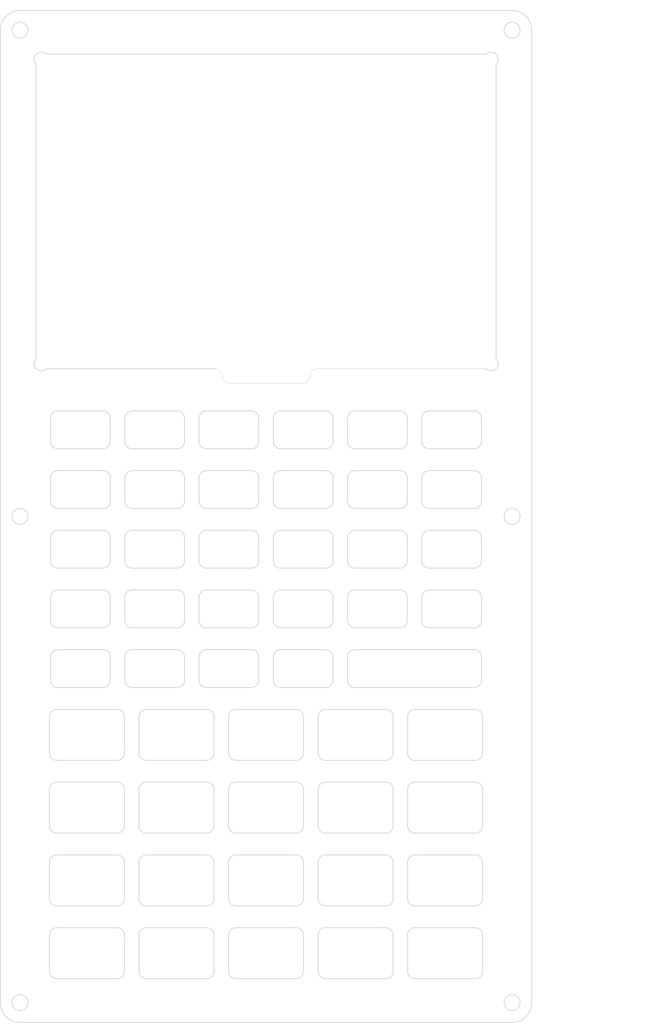
<source format=kicad_pcb>
(kicad_pcb
	(version 20241229)
	(generator "pcbnew")
	(generator_version "9.0")
	(general
		(thickness 0.8)
		(legacy_teardrops no)
	)
	(paper "A4")
	(layers
		(0 "F.Cu" signal)
		(2 "B.Cu" signal)
		(9 "F.Adhes" user "F.Adhesive")
		(11 "B.Adhes" user "B.Adhesive")
		(13 "F.Paste" user)
		(15 "B.Paste" user)
		(5 "F.SilkS" user "F.Silkscreen")
		(7 "B.SilkS" user "B.Silkscreen")
		(1 "F.Mask" user)
		(3 "B.Mask" user)
		(17 "Dwgs.User" user "User.Drawings")
		(19 "Cmts.User" user "User.Comments")
		(21 "Eco1.User" user "User.Eco1")
		(23 "Eco2.User" user "User.Eco2")
		(25 "Edge.Cuts" user)
		(27 "Margin" user)
		(31 "F.CrtYd" user "F.Courtyard")
		(29 "B.CrtYd" user "B.Courtyard")
		(35 "F.Fab" user)
		(33 "B.Fab" user)
		(39 "User.1" user)
		(41 "User.2" user)
		(43 "User.3" user)
		(45 "User.4" user)
		(47 "User.5" user)
		(49 "User.6" user)
		(51 "User.7" user)
		(53 "User.8" user)
		(55 "User.9" user)
	)
	(setup
		(stackup
			(layer "F.SilkS"
				(type "Top Silk Screen")
				(color "Black")
			)
			(layer "F.Paste"
				(type "Top Solder Paste")
			)
			(layer "F.Mask"
				(type "Top Solder Mask")
				(color "White")
				(thickness 0.01)
			)
			(layer "F.Cu"
				(type "copper")
				(thickness 0.035)
			)
			(layer "dielectric 1"
				(type "core")
				(color "Aluminum")
				(thickness 0.71)
				(material "Al")
				(epsilon_r 8.7)
				(loss_tangent 0.001)
			)
			(layer "B.Cu"
				(type "copper")
				(thickness 0.035)
			)
			(layer "B.Mask"
				(type "Bottom Solder Mask")
				(color "White")
				(thickness 0.01)
			)
			(layer "B.Paste"
				(type "Bottom Solder Paste")
			)
			(layer "B.SilkS"
				(type "Bottom Silk Screen")
				(color "Black")
			)
			(copper_finish "None")
			(dielectric_constraints no)
		)
		(pad_to_mask_clearance 0)
		(allow_soldermask_bridges_in_footprints no)
		(tenting front back)
		(aux_axis_origin 66.2 32.7)
		(grid_origin 40 40)
		(pcbplotparams
			(layerselection 0x00000000_00000000_55555555_5755f5ff)
			(plot_on_all_layers_selection 0x00000000_00000000_00000000_00000000)
			(disableapertmacros no)
			(usegerberextensions no)
			(usegerberattributes yes)
			(usegerberadvancedattributes yes)
			(creategerberjobfile yes)
			(dashed_line_dash_ratio 12.000000)
			(dashed_line_gap_ratio 3.000000)
			(svgprecision 4)
			(plotframeref no)
			(mode 1)
			(useauxorigin no)
			(hpglpennumber 1)
			(hpglpenspeed 20)
			(hpglpendiameter 15.000000)
			(pdf_front_fp_property_popups yes)
			(pdf_back_fp_property_popups yes)
			(pdf_metadata yes)
			(pdf_single_document no)
			(dxfpolygonmode yes)
			(dxfimperialunits yes)
			(dxfusepcbnewfont yes)
			(psnegative no)
			(psa4output no)
			(plot_black_and_white yes)
			(sketchpadsonfab no)
			(plotpadnumbers no)
			(hidednponfab no)
			(sketchdnponfab yes)
			(crossoutdnponfab yes)
			(subtractmaskfromsilk no)
			(outputformat 1)
			(mirror no)
			(drillshape 1)
			(scaleselection 1)
			(outputdirectory "")
		)
	)
	(net 0 "")
	(gr_arc
		(start 105.1 127.8)
		(mid 105.807107 128.092893)
		(end 106.1 128.8)
		(stroke
			(width 0.1)
			(type default)
		)
		(layer "Edge.Cuts")
		(uuid "00330f1f-fd5e-4e9b-9f47-8df9a774dba3")
	)
	(gr_line
		(start 106.25 157)
		(end 106.25 162)
		(stroke
			(width 0.1)
			(type default)
		)
		(layer "Edge.Cuts")
		(uuid "00446de2-0f69-469d-ac29-e686d6a66642")
	)
	(gr_line
		(start 106.25 167)
		(end 106.25 172)
		(stroke
			(width 0.1)
			(type default)
		)
		(layer "Edge.Cuts")
		(uuid "005272e8-664b-455f-b9d6-f00cdea64585")
	)
	(gr_line
		(start 58.100001 95)
		(end 64.299999 95)
		(stroke
			(width 0.1)
			(type default)
		)
		(layer "Edge.Cuts")
		(uuid "013fad71-b889-4d2f-a77e-ab20183b41b8")
	)
	(gr_line
		(start 60.05 136)
		(end 68.35 136)
		(stroke
			(width 0.1)
			(type default)
		)
		(layer "Edge.Cuts")
		(uuid "014839f4-b8c2-4875-ae40-f4ba795851a8")
	)
	(gr_line
		(start 105.099999 116.6)
		(end 98.900001 116.6)
		(stroke
			(width 0.1)
			(type default)
		)
		(layer "Edge.Cuts")
		(uuid "01854f42-b01b-4d25-8487-91dd0d068bfc")
	)
	(gr_line
		(start 78.500001 119.6)
		(end 84.699999 119.6)
		(stroke
			(width 0.1)
			(type default)
		)
		(layer "Edge.Cuts")
		(uuid "01fa2bec-76f7-431d-97bc-63c653fcc52c")
	)
	(gr_arc
		(start 106.25 142)
		(mid 105.957107 142.707107)
		(end 105.25 143)
		(stroke
			(width 0.1)
			(type default)
		)
		(layer "Edge.Cuts")
		(uuid "02f24020-2348-4aa8-831a-94525c8507c9")
	)
	(gr_arc
		(start 82.5 90.2)
		(mid 82.792893 89.492893)
		(end 83.5 89.2)
		(stroke
			(width 0.05)
			(type default)
		)
		(layer "Edge.Cuts")
		(uuid "03331d6f-7d6a-4ab4-9008-a96509626016")
	)
	(gr_line
		(start 68.300001 119.6)
		(end 74.499999 119.6)
		(stroke
			(width 0.1)
			(type default)
		)
		(layer "Edge.Cuts")
		(uuid "05b7efc1-0224-4f39-aef6-2d09a6c5046c")
	)
	(gr_line
		(start 97.900001 99.2)
		(end 97.900001 96)
		(stroke
			(width 0.1)
			(type default)
		)
		(layer "Edge.Cuts")
		(uuid "0623821e-4d57-4545-9544-b8f876b0fe0d")
	)
	(gr_line
		(start 47.900001 103.2)
		(end 54.099999 103.2)
		(stroke
			(width 0.1)
			(type default)
		)
		(layer "Edge.Cuts")
		(uuid "072a9cbf-d2ab-49c7-877b-933888fbc2e7")
	)
	(gr_arc
		(start 59.05 157)
		(mid 59.342893 156.292893)
		(end 60.05 156)
		(stroke
			(width 0.1)
			(type default)
		)
		(layer "Edge.Cuts")
		(uuid "0811cb88-a40f-40aa-afa9-e3b5a30624d1")
	)
	(gr_line
		(start 47.900001 119.6)
		(end 54.099999 119.6)
		(stroke
			(width 0.1)
			(type default)
		)
		(layer "Edge.Cuts")
		(uuid "0876fe10-5446-480c-937f-b16d1f487f5e")
	)
	(gr_arc
		(start 78.500001 124.8)
		(mid 77.792894 124.507107)
		(end 77.500001 123.8)
		(stroke
			(width 0.1)
			(type default)
		)
		(layer "Edge.Cuts")
		(uuid "09a42801-09e2-45a9-a7cc-1fffe9c976ce")
	)
	(gr_line
		(start 75.499999 96)
		(end 75.499999 99.2)
		(stroke
			(width 0.1)
			(type default)
		)
		(layer "Edge.Cuts")
		(uuid "09b3fb1e-5e54-42cc-ae3d-f1c92473b6a2")
	)
	(gr_line
		(start 75.499999 128.8)
		(end 75.499999 132)
		(stroke
			(width 0.1)
			(type default)
		)
		(layer "Edge.Cuts")
		(uuid "0a733db9-c764-4a9d-a388-f3f4567e0647")
	)
	(gr_arc
		(start 67.300001 112.4)
		(mid 67.592894 111.692893)
		(end 68.300001 111.4)
		(stroke
			(width 0.1)
			(type default)
		)
		(layer "Edge.Cuts")
		(uuid "0b07c29b-8be4-467a-beff-3685ab547b71")
	)
	(gr_arc
		(start 94.899999 111.4)
		(mid 95.607106 111.692893)
		(end 95.899999 112.4)
		(stroke
			(width 0.1)
			(type default)
		)
		(layer "Edge.Cuts")
		(uuid "0d209118-d9a3-4aca-b36e-771c088192b8")
	)
	(gr_line
		(start 87.7 132)
		(end 87.7 128.8)
		(stroke
			(width 0.1)
			(type default)
		)
		(layer "Edge.Cuts")
		(uuid "0d71183b-11bf-4200-be6c-85f7de58df38")
	)
	(gr_arc
		(start 78.500001 133)
		(mid 77.792894 132.707107)
		(end 77.500001 132)
		(stroke
			(width 0.1)
			(type default)
		)
		(layer "Edge.Cuts")
		(uuid "0d93e358-a908-441c-aec0-b26f23722eff")
	)
	(gr_circle
		(center 42.7 109.5)
		(end 42.7 110.6)
		(stroke
			(width 0.1)
			(type default)
		)
		(fill no)
		(layer "Edge.Cuts")
		(uuid "0e14235a-ee47-43b3-b20c-17f2148ba1a0")
	)
	(gr_arc
		(start 83.65 147)
		(mid 83.942893 146.292893)
		(end 84.65 146)
		(stroke
			(width 0.1)
			(type default)
		)
		(layer "Edge.Cuts")
		(uuid "0feee641-bf8b-4208-8d96-6e102a75fdf0")
	)
	(gr_line
		(start 85.699999 96)
		(end 85.699999 99.2)
		(stroke
			(width 0.1)
			(type default)
		)
		(layer "Edge.Cuts")
		(uuid "1028519c-9f6a-4abf-a5d9-76fc2df6e8ec")
	)
	(gr_arc
		(start 59.05 147)
		(mid 59.342893 146.292893)
		(end 60.05 146)
		(stroke
			(width 0.1)
			(type default)
		)
		(layer "Edge.Cuts")
		(uuid "10c57801-4239-4d31-9fcc-8bb79af9d193")
	)
	(gr_arc
		(start 84.65 163)
		(mid 83.942893 162.707107)
		(end 83.65 162)
		(stroke
			(width 0.1)
			(type default)
		)
		(layer "Edge.Cuts")
		(uuid "11001851-e21b-4f38-a0a4-8aef421f658c")
	)
	(gr_line
		(start 78.500001 103.2)
		(end 84.699999 103.2)
		(stroke
			(width 0.1)
			(type default)
		)
		(layer "Edge.Cuts")
		(uuid "1396b075-d53b-43a7-8b91-2753c179d1c5")
	)
	(gr_line
		(start 55.099999 120.6)
		(end 55.099999 123.8)
		(stroke
			(width 0.1)
			(type default)
		)
		(layer "Edge.Cuts")
		(uuid "14457aa3-d131-49d8-b62d-b456cde3cbc8")
	)
	(gr_line
		(start 92.95 173)
		(end 84.65 173)
		(stroke
			(width 0.1)
			(type default)
		)
		(layer "Edge.Cuts")
		(uuid "163769e7-ae63-415f-aa92-7a4e844648dc")
	)
	(gr_arc
		(start 65.299999 115.6)
		(mid 65.007106 116.307107)
		(end 64.299999 116.6)
		(stroke
			(width 0.1)
			(type default)
		)
		(layer "Edge.Cuts")
		(uuid "16fc71aa-436f-4e23-a702-6056ffc95fd0")
	)
	(gr_arc
		(start 67.300001 128.8)
		(mid 67.592894 128.092893)
		(end 68.300001 127.8)
		(stroke
			(width 0.1)
			(type default)
		)
		(layer "Edge.Cuts")
		(uuid "17062656-85b1-40d2-b2a2-5aa7c98fa851")
	)
	(gr_arc
		(start 97.900001 120.6)
		(mid 98.192894 119.892893)
		(end 98.900001 119.6)
		(stroke
			(width 0.1)
			(type default)
		)
		(layer "Edge.Cuts")
		(uuid "17188e79-95c8-49bc-b0c5-56345f6d08d1")
	)
	(gr_arc
		(start 97.900001 96)
		(mid 98.192894 95.292893)
		(end 98.900001 95)
		(stroke
			(width 0.1)
			(type default)
		)
		(layer "Edge.Cuts")
		(uuid "1905e59b-3fa9-4c4e-bc67-10cc05b19cd2")
	)
	(gr_arc
		(start 64.299999 111.4)
		(mid 65.007106 111.692893)
		(end 65.299999 112.4)
		(stroke
			(width 0.1)
			(type default)
		)
		(layer "Edge.Cuts")
		(uuid "1989472e-a43e-40b8-901c-aecd5e44baeb")
	)
	(gr_arc
		(start 68.35 146)
		(mid 69.057107 146.292893)
		(end 69.35 147)
		(stroke
			(width 0.1)
			(type default)
		)
		(layer "Edge.Cuts")
		(uuid "19d1c64b-2ef1-433e-9c50-e1e9ccb83572")
	)
	(gr_arc
		(start 74.499999 103.2)
		(mid 75.207106 103.492893)
		(end 75.499999 104.2)
		(stroke
			(width 0.1)
			(type default)
		)
		(layer "Edge.Cuts")
		(uuid "1a24b555-7eb9-4961-8074-d47527a2a07a")
	)
	(gr_arc
		(start 64.299999 103.2)
		(mid 65.007106 103.492893)
		(end 65.299999 104.2)
		(stroke
			(width 0.1)
			(type default)
		)
		(layer "Edge.Cuts")
		(uuid "1a68d852-5737-4ffc-b669-c7e4c61f54d4")
	)
	(gr_arc
		(start 58.100001 100.2)
		(mid 57.392894 99.907107)
		(end 57.100001 99.2)
		(stroke
			(width 0.1)
			(type default)
		)
		(layer "Edge.Cuts")
		(uuid "1aa47a23-f9d9-46eb-b057-c13326a3285a")
	)
	(gr_arc
		(start 65.299999 107.4)
		(mid 65.007106 108.107107)
		(end 64.299999 108.4)
		(stroke
			(width 0.1)
			(type default)
		)
		(layer "Edge.Cuts")
		(uuid "1b7938f6-c894-4fe1-b54b-b202d87791c1")
	)
	(gr_arc
		(start 93.95 152)
		(mid 93.657107 152.707107)
		(end 92.95 153)
		(stroke
			(width 0.1)
			(type default)
		)
		(layer "Edge.Cuts")
		(uuid "1c8c1821-d9c2-47f5-9a55-e44d4f0ca16a")
	)
	(gr_line
		(start 74.499999 116.6)
		(end 68.300001 116.6)
		(stroke
			(width 0.1)
			(type default)
		)
		(layer "Edge.Cuts")
		(uuid "1df8aec0-8663-4daa-b355-63b3a88b821b")
	)
	(gr_arc
		(start 96.95 143)
		(mid 96.242893 142.707107)
		(end 95.95 142)
		(stroke
			(width 0.1)
			(type default)
		)
		(layer "Edge.Cuts")
		(uuid "20daa287-f533-426b-a9d9-b8f66dbf4e08")
	)
	(gr_arc
		(start 95.95 167)
		(mid 96.242893 166.292893)
		(end 96.95 166)
		(stroke
			(width 0.1)
			(type default)
		)
		(layer "Edge.Cuts")
		(uuid "210639c5-9076-468a-ba14-c4107bbae533")
	)
	(gr_line
		(start 84.65 156)
		(end 92.95 156)
		(stroke
			(width 0.1)
			(type default)
		)
		(layer "Edge.Cuts")
		(uuid "216108fc-281a-4a71-8f1e-ba06262bd01b")
	)
	(gr_arc
		(start 55.099999 115.6)
		(mid 54.807106 116.307107)
		(end 54.099999 116.6)
		(stroke
			(width 0.1)
			(type default)
		)
		(layer "Edge.Cuts")
		(uuid "217202f3-50a5-4831-8757-af9cdee6ad6c")
	)
	(gr_arc
		(start 96.95 173)
		(mid 96.242893 172.707107)
		(end 95.95 172)
		(stroke
			(width 0.1)
			(type default)
		)
		(layer "Edge.Cuts")
		(uuid "21729c82-1bf8-467d-8398-2b81b44bc2f4")
	)
	(gr_line
		(start 57.05 157)
		(end 57.05 162)
		(stroke
			(width 0.1)
			(type default)
		)
		(layer "Edge.Cuts")
		(uuid "22697e48-a8a3-4ecd-b352-c2575163a750")
	)
	(gr_arc
		(start 60.05 173)
		(mid 59.342893 172.707107)
		(end 59.05 172)
		(stroke
			(width 0.1)
			(type default)
		)
		(layer "Edge.Cuts")
		(uuid "22e5aa6f-41bb-423f-8524-0cebb473bf88")
	)
	(gr_line
		(start 95.899999 104.2)
		(end 95.899999 107.4)
		(stroke
			(width 0.1)
			(type default)
		)
		(layer "Edge.Cuts")
		(uuid "23904f49-7da8-4bd3-a344-adb26e5012ba")
	)
	(gr_arc
		(start 55.099999 99.2)
		(mid 54.807106 99.907107)
		(end 54.099999 100.2)
		(stroke
			(width 0.1)
			(type default)
		)
		(layer "Edge.Cuts")
		(uuid "27e1adf5-ab0d-42e2-9aa9-27a6b2fd36d0")
	)
	(gr_line
		(start 106.099999 112.4)
		(end 106.099999 115.6)
		(stroke
			(width 0.1)
			(type default)
		)
		(layer "Edge.Cuts")
		(uuid "287ba78b-447d-4bd7-b6de-07eb06a219e5")
	)
	(gr_line
		(start 74.499999 108.4)
		(end 68.300001 108.4)
		(stroke
			(width 0.1)
			(type default)
		)
		(layer "Edge.Cuts")
		(uuid "29065444-90eb-4740-a969-5b95430d8b46")
	)
	(gr_line
		(start 54.099999 133)
		(end 47.900001 133)
		(stroke
			(width 0.1)
			(type default)
		)
		(layer "Edge.Cuts")
		(uuid "295f0078-454b-4bbe-9231-02ff2aaa2633")
	)
	(gr_arc
		(start 78.500001 116.6)
		(mid 77.792894 116.307107)
		(end 77.500001 115.6)
		(stroke
			(width 0.1)
			(type default)
		)
		(layer "Edge.Cuts")
		(uuid "2a04ada7-097c-4894-ad1d-fcc5ba3d52f1")
	)
	(gr_arc
		(start 57.100001 128.8)
		(mid 57.392894 128.092893)
		(end 58.100001 127.8)
		(stroke
			(width 0.1)
			(type default)
		)
		(layer "Edge.Cuts")
		(uuid "2aaedca4-da3f-49fd-afa2-597e6347f36e")
	)
	(gr_line
		(start 106.1 128.8)
		(end 106.1 132)
		(stroke
			(width 0.1)
			(type default)
		)
		(layer "Edge.Cuts")
		(uuid "2bda8019-1b76-49d6-99db-34408b061db3")
	)
	(gr_line
		(start 58.100001 127.8)
		(end 64.299999 127.8)
		(stroke
			(width 0.1)
			(type default)
		)
		(layer "Edge.Cuts")
		(uuid "2c0dc28b-d37b-4149-8678-dfc96908bf17")
	)
	(gr_line
		(start 113 42.7)
		(end 113 176.3)
		(stroke
			(width 0.1)
			(type default)
		)
		(layer "Edge.Cuts")
		(uuid "2ca93e86-649c-409f-b721-450100811ffa")
	)
	(gr_line
		(start 84.699999 100.2)
		(end 78.500001 100.2)
		(stroke
			(width 0.1)
			(type default)
		)
		(layer "Edge.Cuts")
		(uuid "2d854e0b-d81f-4f2f-8955-46105a7c85d7")
	)
	(gr_line
		(start 78.500001 111.4)
		(end 84.699999 111.4)
		(stroke
			(width 0.1)
			(type default)
		)
		(layer "Edge.Cuts")
		(uuid "2d9c7a47-9df8-4813-95e5-6663f56de75a")
	)
	(gr_arc
		(start 92.95 146)
		(mid 93.657107 146.292893)
		(end 93.95 147)
		(stroke
			(width 0.1)
			(type default)
		)
		(layer "Edge.Cuts")
		(uuid "2dc189f1-9c7c-45cd-8f28-7cab5f3c7eb2")
	)
	(gr_line
		(start 54.099999 108.4)
		(end 47.900001 108.4)
		(stroke
			(width 0.1)
			(type default)
		)
		(layer "Edge.Cuts")
		(uuid "2e09ecce-411b-4484-a5f4-996e34f18637")
	)
	(gr_line
		(start 105.25 143)
		(end 96.95 143)
		(stroke
			(width 0.1)
			(type default)
		)
		(layer "Edge.Cuts")
		(uuid "2e801da2-2b19-44ff-8367-0c796ec02b69")
	)
	(gr_arc
		(start 69.35 162)
		(mid 69.057107 162.707107)
		(end 68.35 163)
		(stroke
			(width 0.1)
			(type default)
		)
		(layer "Edge.Cuts")
		(uuid "2f65cffb-0f3f-47be-b281-baab29ee7e02")
	)
	(gr_arc
		(start 75.499999 132)
		(mid 75.207106 132.707107)
		(end 74.499999 133)
		(stroke
			(width 0.1)
			(type default)
		)
		(layer "Edge.Cuts")
		(uuid "2f7c55d9-82c4-4c6c-b6f8-041a463aea2b")
	)
	(gr_arc
		(start 54.099999 111.4)
		(mid 54.807106 111.692893)
		(end 55.099999 112.4)
		(stroke
			(width 0.1)
			(type default)
		)
		(layer "Edge.Cuts")
		(uuid "2fc58cad-fe4a-4bfc-9f83-ecab8dd3ea55")
	)
	(gr_line
		(start 59.05 172)
		(end 59.05 167)
		(stroke
			(width 0.1)
			(type default)
		)
		(layer "Edge.Cuts")
		(uuid "2fea684f-66e9-4eda-88e9-76aad5e6c371")
	)
	(gr_arc
		(start 81.65 172)
		(mid 81.357107 172.707107)
		(end 80.65 173)
		(stroke
			(width 0.1)
			(type default)
		)
		(layer "Edge.Cuts")
		(uuid "30ab7a7c-efdc-42d1-87cd-98a57cfd7759")
	)
	(gr_arc
		(start 84.65 143)
		(mid 83.942893 142.707107)
		(end 83.65 142)
		(stroke
			(width 0.1)
			(type default)
		)
		(layer "Edge.Cuts")
		(uuid "30d953f5-5bde-4bca-93fb-ae6841970f48")
	)
	(gr_line
		(start 94.899999 124.8)
		(end 88.700001 124.8)
		(stroke
			(width 0.1)
			(type default)
		)
		(layer "Edge.Cuts")
		(uuid "317f13fa-1081-45ff-bc10-e5b53020dd9c")
	)
	(gr_line
		(start 72.35 156)
		(end 80.65 156)
		(stroke
			(width 0.1)
			(type default)
		)
		(layer "Edge.Cuts")
		(uuid "31eea450-0fa8-4b54-aa2f-0c6879e77f26")
	)
	(gr_arc
		(start 46.900001 96)
		(mid 47.192894 95.292893)
		(end 47.900001 95)
		(stroke
			(width 0.1)
			(type default)
		)
		(layer "Edge.Cuts")
		(uuid "31ffac89-3ec4-4357-944c-8f32ae7e57d1")
	)
	(gr_line
		(start 95.899999 96)
		(end 95.899999 99.2)
		(stroke
			(width 0.1)
			(type default)
		)
		(layer "Edge.Cuts")
		(uuid "32d48b01-7b8d-47ca-b1e9-f6c5d23a2352")
	)
	(gr_arc
		(start 84.699999 119.6)
		(mid 85.407106 119.892893)
		(end 85.699999 120.6)
		(stroke
			(width 0.1)
			(type default)
		)
		(layer "Edge.Cuts")
		(uuid "32e47587-5527-4965-ad5b-e7b3e0659596")
	)
	(gr_line
		(start 68.35 143)
		(end 60.05 143)
		(stroke
			(width 0.1)
			(type default)
		)
		(layer "Edge.Cuts")
		(uuid "33e40cb0-0924-4595-b35a-3e9d41c68d47")
	)
	(gr_line
		(start 106.099999 104.2)
		(end 106.099999 107.4)
		(stroke
			(width 0.1)
			(type default)
		)
		(layer "Edge.Cuts")
		(uuid "35ab4914-b56c-4cda-8946-712a6a8912c4")
	)
	(gr_line
		(start 69.5 89.2)
		(end 46.314212 89.2)
		(stroke
			(width 0.1)
			(type default)
		)
		(layer "Edge.Cuts")
		(uuid "365c4b36-4c88-44c5-aa12-bb1d776fce5d")
	)
	(gr_line
		(start 47.900001 95)
		(end 54.099999 95)
		(stroke
			(width 0.1)
			(type default)
		)
		(layer "Edge.Cuts")
		(uuid "37628165-7e3f-4435-9f72-8807babd515e")
	)
	(gr_arc
		(start 83.65 167)
		(mid 83.942893 166.292893)
		(end 84.65 166)
		(stroke
			(width 0.1)
			(type default)
		)
		(layer "Edge.Cuts")
		(uuid "391a8824-cc19-4ac9-b3e6-16e88dda6d56")
	)
	(gr_line
		(start 105.099999 124.8)
		(end 98.900001 124.8)
		(stroke
			(width 0.1)
			(type default)
		)
		(layer "Edge.Cuts")
		(uuid "396543f1-ec76-48c2-a4e4-df18c7d5dff1")
	)
	(gr_line
		(start 85.699999 104.2)
		(end 85.699999 107.4)
		(stroke
			(width 0.1)
			(type default)
		)
		(layer "Edge.Cuts")
		(uuid "3a2f978c-88ec-44c1-b280-4e44e0638300")
	)
	(gr_line
		(start 106.099999 96)
		(end 106.099999 99.2)
		(stroke
			(width 0.1)
			(type default)
		)
		(layer "Edge.Cuts")
		(uuid "3b026718-1d42-4d99-bde3-ff4295283475")
	)
	(gr_line
		(start 68.300001 111.4)
		(end 74.499999 111.4)
		(stroke
			(width 0.1)
			(type default)
		)
		(layer "Edge.Cuts")
		(uuid "3b2cf8db-4946-4666-a631-fed1b6df4701")
	)
	(gr_arc
		(start 58.100001 116.6)
		(mid 57.392894 116.307107)
		(end 57.100001 115.6)
		(stroke
			(width 0.1)
			(type default)
		)
		(layer "Edge.Cuts")
		(uuid "3bc92897-b54f-4f59-8609-e6562b168b94")
	)
	(gr_arc
		(start 65.299999 132)
		(mid 65.007106 132.707107)
		(end 64.299999 133)
		(stroke
			(width 0.1)
			(type default)
		)
		(layer "Edge.Cuts")
		(uuid "3d72515c-6a17-4f6d-8371-ff0dac8d94a8")
	)
	(gr_arc
		(start 77.500001 120.6)
		(mid 77.792894 119.892893)
		(end 78.500001 119.6)
		(stroke
			(width 0.1)
			(type default)
		)
		(layer "Edge.Cuts")
		(uuid "3e0e1292-d2fe-4956-8cbf-304bf267e03e")
	)
	(gr_line
		(start 80.65 153)
		(end 72.35 153)
		(stroke
			(width 0.1)
			(type default)
		)
		(layer "Edge.Cuts")
		(uuid "3ec6d23d-0f48-4130-b984-b91d5b90bfa0")
	)
	(gr_circle
		(center 110.3 176.3)
		(end 110.3 177.4)
		(stroke
			(width 0.1)
			(type default)
		)
		(fill no)
		(layer "Edge.Cuts")
		(uuid "3ed77efa-9f14-420c-8c42-d40888df8996")
	)
	(gr_arc
		(start 96.95 163)
		(mid 96.242893 162.707107)
		(end 95.95 162)
		(stroke
			(width 0.1)
			(type default)
		)
		(layer "Edge.Cuts")
		(uuid "3fca7d90-1266-45c5-b1e2-b2fe4030941f")
	)
	(gr_line
		(start 97.900001 123.8)
		(end 97.900001 120.6)
		(stroke
			(width 0.1)
			(type default)
		)
		(layer "Edge.Cuts")
		(uuid "402fa102-1d16-4379-bc11-72bda8c396d1")
	)
	(gr_arc
		(start 88.700001 124.8)
		(mid 87.992894 124.507107)
		(end 87.700001 123.8)
		(stroke
			(width 0.1)
			(type default)
		)
		(layer "Edge.Cuts")
		(uuid "416fb697-75ad-4312-a592-89b223b89935")
	)
	(gr_arc
		(start 105.099999 111.4)
		(mid 105.807106 111.692893)
		(end 106.099999 112.4)
		(stroke
			(width 0.1)
			(type default)
		)
		(layer "Edge.Cuts")
		(uuid "420d6986-2726-4d7f-a4e0-10c233d03d06")
	)
	(gr_line
		(start 71.35 162)
		(end 71.35 157)
		(stroke
			(width 0.1)
			(type default)
		)
		(layer "Edge.Cuts")
		(uuid "43048704-7cce-47db-891e-49b90c979fae")
	)
	(gr_line
		(start 84.65 136)
		(end 92.95 136)
		(stroke
			(width 0.1)
			(type default)
		)
		(layer "Edge.Cuts")
		(uuid "43f46e4c-1820-4044-a721-3b02338d2395")
	)
	(gr_line
		(start 64.299999 133)
		(end 58.100001 133)
		(stroke
			(width 0.1)
			(type default)
		)
		(layer "Edge.Cuts")
		(uuid "44f88de8-4b8c-4244-8cbd-8b139d9059f2")
	)
	(gr_line
		(start 93.95 157)
		(end 93.95 162)
		(stroke
			(width 0.1)
			(type default)
		)
		(layer "Edge.Cuts")
		(uuid "45180304-5ef1-410d-b73d-7be442d51d45")
	)
	(gr_arc
		(start 46.75 157)
		(mid 47.042893 156.292893)
		(end 47.75 156)
		(stroke
			(width 0.1)
			(type default)
		)
		(layer "Edge.Cuts")
		(uuid "45f081af-4cfd-4345-a00a-bad9672fbe76")
	)
	(gr_line
		(start 64.299999 116.6)
		(end 58.100001 116.6)
		(stroke
			(width 0.1)
			(type default)
		)
		(layer "Edge.Cuts")
		(uuid "464b47cd-c4d2-4d85-9482-c77fdb4a0152")
	)
	(gr_line
		(start 83.65 162)
		(end 83.65 157)
		(stroke
			(width 0.1)
			(type default)
		)
		(layer "Edge.Cuts")
		(uuid "47d6b3ff-c7de-4b17-a557-016f3b23921a")
	)
	(gr_arc
		(start 59.05 167)
		(mid 59.342893 166.292893)
		(end 60.05 166)
		(stroke
			(width 0.1)
			(type default)
		)
		(layer "Edge.Cuts")
		(uuid "48226000-e2af-4b47-9494-715b2370baf5")
	)
	(gr_arc
		(start 84.699999 95)
		(mid 85.407106 95.292893)
		(end 85.699999 96)
		(stroke
			(width 0.1)
			(type default)
		)
		(layer "Edge.Cuts")
		(uuid "4957eba7-9647-4c21-a4af-e62e99c37116")
	)
	(gr_line
		(start 80.65 173)
		(end 72.35 173)
		(stroke
			(width 0.1)
			(type default)
		)
		(layer "Edge.Cuts")
		(uuid "49944e9a-925e-4703-9e33-d8552c7ae3b3")
	)
	(gr_arc
		(start 87.7 128.8)
		(mid 87.992893 128.092893)
		(end 88.7 127.8)
		(stroke
			(width 0.1)
			(type default)
		)
		(layer "Edge.Cuts")
		(uuid "49bf72f2-8aee-4139-ae7e-4989bfc00e40")
	)
	(gr_arc
		(start 57.05 162)
		(mid 56.757107 162.707107)
		(end 56.05 163)
		(stroke
			(width 0.1)
			(type default)
		)
		(layer "Edge.Cuts")
		(uuid "49fea8d3-4b4f-4e32-b269-bebc5ad56f50")
	)
	(gr_arc
		(start 98.900001 124.8)
		(mid 98.192894 124.507107)
		(end 97.900001 123.8)
		(stroke
			(width 0.1)
			(type default)
		)
		(layer "Edge.Cuts")
		(uuid "4a646ae2-76f9-4a8b-8073-fd15f0ee75bd")
	)
	(gr_line
		(start 75.499999 120.6)
		(end 75.499999 123.8)
		(stroke
			(width 0.1)
			(type default)
		)
		(layer "Edge.Cuts")
		(uuid "4b90bf32-21cf-46a7-ba49-648fe90d3a71")
	)
	(gr_line
		(start 88.7 127.8)
		(end 105.1 127.8)
		(stroke
			(width 0.1)
			(type default)
		)
		(layer "Edge.Cuts")
		(uuid "4b923dd8-955a-4d65-8088-d98cc92bf25d")
	)
	(gr_arc
		(start 75.499999 115.6)
		(mid 75.207106 116.307107)
		(end 74.499999 116.6)
		(stroke
			(width 0.1)
			(type default)
		)
		(layer "Edge.Cuts")
		(uuid "4ba47e3f-a0b7-4d5e-b98a-f2cac4e88005")
	)
	(gr_circle
		(center 110.3 42.7)
		(end 110.3 43.8)
		(stroke
			(width 0.1)
			(type default)
		)
		(fill no)
		(layer "Edge.Cuts")
		(uuid "4c0a50ca-c44f-42f7-8f5b-d67fd7be565a")
	)
	(gr_arc
		(start 88.7 133)
		(mid 87.992893 132.707107)
		(end 87.7 132)
		(stroke
			(width 0.1)
			(type default)
		)
		(layer "Edge.Cuts")
		(uuid "4cf1da56-61ab-4c8e-b7db-6a16010e8857")
	)
	(gr_line
		(start 57.05 167)
		(end 57.05 172)
		(stroke
			(width 0.1)
			(type default)
		)
		(layer "Edge.Cuts")
		(uuid "4e5d6e95-940f-4a53-ba00-b658542f9d77")
	)
	(gr_arc
		(start 46.900001 104.2)
		(mid 47.192894 103.492893)
		(end 47.900001 103.2)
		(stroke
			(width 0.1)
			(type default)
		)
		(layer "Edge.Cuts")
		(uuid "4e7344ba-a7db-4cf6-b7f8-868776e49bbd")
	)
	(gr_arc
		(start 105.099999 95)
		(mid 105.807106 95.292893)
		(end 106.099999 96)
		(stroke
			(width 0.1)
			(type default)
		)
		(layer "Edge.Cuts")
		(uuid "4ed5640f-18a3-4d2a-8c53-6aac717a5aee")
	)
	(gr_arc
		(start 88.700001 108.4)
		(mid 87.992894 108.107107)
		(end 87.700001 107.4)
		(stroke
			(width 0.1)
			(type default)
		)
		(layer "Edge.Cuts")
		(uuid "50f24a13-4496-41a9-93a1-cb14ab627d6b")
	)
	(gr_arc
		(start 72.35 143)
		(mid 71.642893 142.707107)
		(end 71.35 142)
		(stroke
			(width 0.1)
			(type default)
		)
		(layer "Edge.Cuts")
		(uuid "515f8dd3-d3aa-4e4a-8c09-c4ca47ba8d5a")
	)
	(gr_line
		(start 46.75 172)
		(end 46.75 167)
		(stroke
			(width 0.1)
			(type default)
		)
		(layer "Edge.Cuts")
		(uuid "53a91b94-ee36-43d5-85cd-39e7c779a451")
	)
	(gr_arc
		(start 55.099999 123.8)
		(mid 54.807106 124.507107)
		(end 54.099999 124.8)
		(stroke
			(width 0.1)
			(type default)
		)
		(layer "Edge.Cuts")
		(uuid "53c31088-d20b-45e1-87e3-f5dd6553d7dd")
	)
	(gr_arc
		(start 108.1 87.785787)
		(mid 108.100001 89.2)
		(end 106.685788 89.200001)
		(stroke
			(width 0.1)
			(type default)
		)
		(layer "Edge.Cuts")
		(uuid "54919493-1a4f-4f71-a76a-30ecda99df85")
	)
	(gr_line
		(start 42.7 40)
		(end 110.3 40)
		(stroke
			(width 0.1)
			(type default)
		)
		(layer "Edge.Cuts")
		(uuid "54d43ef9-bf17-4888-b34b-1601cfdd6602")
	)
	(gr_arc
		(start 58.100001 124.8)
		(mid 57.392894 124.507107)
		(end 57.100001 123.8)
		(stroke
			(width 0.1)
			(type default)
		)
		(layer "Edge.Cuts")
		(uuid "55b18448-5473-4429-a35d-13c3711b21ea")
	)
	(gr_line
		(start 105.25 173)
		(end 96.95 173)
		(stroke
			(width 0.1)
			(type default)
		)
		(layer "Edge.Cuts")
		(uuid "55ce717a-8284-44f5-8c7c-dca10a2f4b3f")
	)
	(gr_arc
		(start 69.35 172)
		(mid 69.057107 172.707107)
		(end 68.35 173)
		(stroke
			(width 0.1)
			(type default)
		)
		(layer "Edge.Cuts")
		(uuid "55d27a80-fb34-4c39-8ad9-207e62de4e11")
	)
	(gr_line
		(start 55.099999 112.4)
		(end 55.099999 115.6)
		(stroke
			(width 0.1)
			(type default)
		)
		(layer "Edge.Cuts")
		(uuid "55ef42c4-573c-46fe-b0bc-c61ea8a03051")
	)
	(gr_arc
		(start 74.499999 127.8)
		(mid 75.207106 128.092893)
		(end 75.499999 128.8)
		(stroke
			(width 0.1)
			(type default)
		)
		(layer "Edge.Cuts")
		(uuid "56372f6b-96b7-4051-bcd8-1d0b9e03b17c")
	)
	(gr_arc
		(start 85.699999 132)
		(mid 85.407106 132.707107)
		(end 84.699999 133)
		(stroke
			(width 0.1)
			(type default)
		)
		(layer "Edge.Cuts")
		(uuid "57080c93-deb8-40cf-9f4e-462eaff34b23")
	)
	(gr_line
		(start 96.95 166)
		(end 105.25 166)
		(stroke
			(width 0.1)
			(type default)
		)
		(layer "Edge.Cuts")
		(uuid "57d6b7b2-5701-4ff3-9a4d-8dd63d1380f9")
	)
	(gr_arc
		(start 105.099999 103.2)
		(mid 105.807106 103.492893)
		(end 106.099999 104.2)
		(stroke
			(width 0.1)
			(type default)
		)
		(layer "Edge.Cuts")
		(uuid "58e36a61-56d3-421f-a04d-b09347c6bfb5")
	)
	(gr_arc
		(start 42.7 179)
		(mid 40.790812 178.209188)
		(end 40 176.3)
		(stroke
			(width 0.1)
			(type default)
		)
		(layer "Edge.Cuts")
		(uuid "58fa4c9c-6eae-4d8d-ae29-6011bb310f85")
	)
	(gr_line
		(start 81.65 167)
		(end 81.65 172)
		(stroke
			(width 0.1)
			(type default)
		)
		(layer "Edge.Cuts")
		(uuid "59257b0d-bf77-4308-898d-9dbdaafc400f")
	)
	(gr_arc
		(start 46.75 137)
		(mid 47.042893 136.292893)
		(end 47.75 136)
		(stroke
			(width 0.1)
			(type default)
		)
		(layer "Edge.Cuts")
		(uuid "59beedb2-f521-4564-bd0f-63a84741fd33")
	)
	(gr_line
		(start 78.500001 95)
		(end 84.699999 95)
		(stroke
			(width 0.1)
			(type default)
		)
		(layer "Edge.Cuts")
		(uuid "59fde072-564c-4980-ae6b-314c395d72b3")
	)
	(gr_line
		(start 74.499999 124.8)
		(end 68.300001 124.8)
		(stroke
			(width 0.1)
			(type default)
		)
		(layer "Edge.Cuts")
		(uuid "5b133327-2db2-4489-936e-a9a028025edc")
	)
	(gr_line
		(start 64.299999 100.2)
		(end 58.100001 100.2)
		(stroke
			(width 0.1)
			(type default)
		)
		(layer "Edge.Cuts")
		(uuid "5bd703a2-2554-46b6-8aaf-fa4987d3c7a3")
	)
	(gr_arc
		(start 64.299999 95)
		(mid 65.007106 95.292893)
		(end 65.299999 96)
		(stroke
			(width 0.1)
			(type default)
		)
		(layer "Edge.Cuts")
		(uuid "5c3eee96-f338-4f95-a9e1-b79bccf5deec")
	)
	(gr_line
		(start 93.95 167)
		(end 93.95 172)
		(stroke
			(width 0.1)
			(type default)
		)
		(layer "Edge.Cuts")
		(uuid "5c86c40f-fae9-4774-984b-ea6494ef8769")
	)
	(gr_line
		(start 67.300001 99.2)
		(end 67.300001 96)
		(stroke
			(width 0.1)
			(type default)
		)
		(layer "Edge.Cuts")
		(uuid "5cc2e8df-3e52-4b98-a6a8-72f69b68a04d")
	)
	(gr_line
		(start 110.3 179)
		(end 42.7 179)
		(stroke
			(width 0.1)
			(type default)
		)
		(layer "Edge.Cuts")
		(uuid "5ce695f5-12f4-4472-bf91-294aba31be9e")
	)
	(gr_line
		(start 87.700001 123.8)
		(end 87.700001 120.6)
		(stroke
			(width 0.1)
			(type default)
		)
		(layer "Edge.Cuts")
		(uuid "5d73c688-adda-41b6-be86-964d70f8a2a5")
	)
	(gr_line
		(start 83.65 152)
		(end 83.65 147)
		(stroke
			(width 0.1)
			(type default)
		)
		(layer "Edge.Cuts")
		(uuid "5dc15c24-87fa-4117-acff-7b0ed2bed6f4")
	)
	(gr_line
		(start 46.900001 123.8)
		(end 46.900001 120.6)
		(stroke
			(width 0.1)
			(type default)
		)
		(layer "Edge.Cuts")
		(uuid "5f20a3bd-283a-4f08-9195-7d0cb6efeef0")
	)
	(gr_line
		(start 46.900001 132)
		(end 46.900001 128.8)
		(stroke
			(width 0.1)
			(type default)
		)
		(layer "Edge.Cuts")
		(uuid "5f5f3dd1-b18e-4e5f-a275-4e968a21fe1a")
	)
	(gr_line
		(start 88.700001 95)
		(end 94.899999 95)
		(stroke
			(width 0.1)
			(type default)
		)
		(layer "Edge.Cuts")
		(uuid "5fcf2151-b2b5-4f54-889b-af0ae4fc035d")
	)
	(gr_arc
		(start 84.65 153)
		(mid 83.942893 152.707107)
		(end 83.65 152)
		(stroke
			(width 0.1)
			(type default)
		)
		(layer "Edge.Cuts")
		(uuid "601a2859-befe-43bf-b657-4e853dc17542")
	)
	(gr_arc
		(start 47.75 163)
		(mid 47.042893 162.707107)
		(end 46.75 162)
		(stroke
			(width 0.1)
			(type default)
		)
		(layer "Edge.Cuts")
		(uuid "601a5ac5-949f-4f20-a606-219430911bde")
	)
	(gr_arc
		(start 77.500001 112.4)
		(mid 77.792894 111.692893)
		(end 78.500001 111.4)
		(stroke
			(width 0.1)
			(type default)
		)
		(layer "Edge.Cuts")
		(uuid "6063329a-58e6-4888-a06a-182a038fe8d2")
	)
	(gr_line
		(start 84.699999 116.6)
		(end 78.500001 116.6)
		(stroke
			(width 0.1)
			(type default)
		)
		(layer "Edge.Cuts")
		(uuid "6068c141-9b1a-4baa-82da-7e5953f3695a")
	)
	(gr_arc
		(start 92.95 156)
		(mid 93.657107 156.292893)
		(end 93.95 157)
		(stroke
			(width 0.1)
			(type default)
		)
		(layer "Edge.Cuts")
		(uuid "607f64e8-f99e-4766-a040-ea209a1803e2")
	)
	(gr_line
		(start 85.699999 120.6)
		(end 85.699999 123.8)
		(stroke
			(width 0.1)
			(type default)
		)
		(layer "Edge.Cuts")
		(uuid "6101904d-20a8-4f71-8202-40532180209f")
	)
	(gr_line
		(start 93.95 147)
		(end 93.95 152)
		(stroke
			(width 0.1)
			(type default)
		)
		(layer "Edge.Cuts")
		(uuid "6300898b-3616-418b-acb0-da3f779668ab")
	)
	(gr_line
		(start 69.35 167)
		(end 69.35 172)
		(stroke
			(width 0.1)
			(type default)
		)
		(layer "Edge.Cuts")
		(uuid "6369eb79-17d0-48d1-9678-a3beae9fe5b9")
	)
	(gr_line
		(start 58.100001 119.6)
		(end 64.299999 119.6)
		(stroke
			(width 0.1)
			(type default)
		)
		(layer "Edge.Cuts")
		(uuid "63aea79c-e3af-4108-ab09-4c430c87abdc")
	)
	(gr_arc
		(start 81.65 162)
		(mid 81.357107 162.707107)
		(end 80.65 163)
		(stroke
			(width 0.1)
			(type default)
		)
		(layer "Edge.Cuts")
		(uuid "6746e3c7-d63b-4036-9f31-7528fb0c0047")
	)
	(gr_arc
		(start 98.900001 100.2)
		(mid 98.192894 99.907107)
		(end 97.900001 99.2)
		(stroke
			(width 0.1)
			(type default)
		)
		(layer "Edge.Cuts")
		(uuid "67a40a8e-c5e8-4b14-8bb0-4556346227c1")
	)
	(gr_line
		(start 59.05 162)
		(end 59.05 157)
		(stroke
			(width 0.1)
			(type default)
		)
		(layer "Edge.Cuts")
		(uuid "67b654aa-4cc6-4b60-8955-c3d9491531a3")
	)
	(gr_arc
		(start 47.900001 100.2)
		(mid 47.192894 99.907107)
		(end 46.900001 99.2)
		(stroke
			(width 0.1)
			(type default)
		)
		(layer "Edge.Cuts")
		(uuid "67da953d-3e4d-4063-87ad-a9b449e16eba")
	)
	(gr_line
		(start 74.499999 133)
		(end 68.300001 133)
		(stroke
			(width 0.1)
			(type default)
		)
		(layer "Edge.Cuts")
		(uuid "690233ea-c52d-474d-afa2-df8eda7d4a30")
	)
	(gr_line
		(start 98.900001 103.2)
		(end 105.099999 103.2)
		(stroke
			(width 0.1)
			(type default)
		)
		(layer "Edge.Cuts")
		(uuid "6a0f8ae8-478f-40ba-9107-c67b70d0c312")
	)
	(gr_line
		(start 47.75 136)
		(end 56.05 136)
		(stroke
			(width 0.1)
			(type default)
		)
		(layer "Edge.Cuts")
		(uuid "6b0e79e9-482e-420e-803a-d64f9bcf75c8")
	)
	(gr_arc
		(start 77.500001 104.2)
		(mid 77.792894 103.492893)
		(end 78.500001 103.2)
		(stroke
			(width 0.1)
			(type default)
		)
		(layer "Edge.Cuts")
		(uuid "6ba81bbe-4d99-4688-b920-e70959323d2e")
	)
	(gr_arc
		(start 92.95 166)
		(mid 93.657107 166.292893)
		(end 93.95 167)
		(stroke
			(width 0.1)
			(type default)
		)
		(layer "Edge.Cuts")
		(uuid "6bb1ed05-70c4-4cc2-8bbc-672f93af75d1")
	)
	(gr_line
		(start 68.35 173)
		(end 60.05 173)
		(stroke
			(width 0.1)
			(type default)
		)
		(layer "Edge.Cuts")
		(uuid "6c094d33-0664-4816-b70c-cdd35be53e0e")
	)
	(gr_arc
		(start 93.95 172)
		(mid 93.657107 172.707107)
		(end 92.95 173)
		(stroke
			(width 0.1)
			(type default)
		)
		(layer "Edge.Cuts")
		(uuid "6c630d35-3b79-4c18-9c66-594b4e08801b")
	)
	(gr_arc
		(start 74.499999 95)
		(mid 75.207106 95.292893)
		(end 75.499999 96)
		(stroke
			(width 0.1)
			(type default)
		)
		(layer "Edge.Cuts")
		(uuid "6ca42fd9-dc84-44c6-bcfb-d2a1ca90048a")
	)
	(gr_arc
		(start 47.900001 116.6)
		(mid 47.192894 116.307107)
		(end 46.900001 115.6)
		(stroke
			(width 0.1)
			(type default)
		)
		(layer "Edge.Cuts")
		(uuid "6cb3b7ce-e6d2-43c4-812b-cd4e74783180")
	)
	(gr_arc
		(start 77.500001 128.8)
		(mid 77.792894 128.092893)
		(end 78.500001 127.8)
		(stroke
			(width 0.1)
			(type default)
		)
		(layer "Edge.Cuts")
		(uuid "717363ce-95f1-49ae-b2d4-3df7f6bb5300")
	)
	(gr_arc
		(start 68.300001 108.4)
		(mid 67.592894 108.107107)
		(end 67.300001 107.4)
		(stroke
			(width 0.1)
			(type default)
		)
		(layer "Edge.Cuts")
		(uuid "7238b194-53c4-4014-9aa0-0c5a7dd7377d")
	)
	(gr_arc
		(start 71.35 147)
		(mid 71.642893 146.292893)
		(end 72.35 146)
		(stroke
			(width 0.1)
			(type default)
		)
		(layer "Edge.Cuts")
		(uuid "734273ab-d79d-4dc5-874c-355c4c6db02e")
	)
	(gr_arc
		(start 113 176.3)
		(mid 112.209188 178.209188)
		(end 110.3 179)
		(stroke
			(width 0.1)
			(type default)
		)
		(layer "Edge.Cuts")
		(uuid "74b767a7-bda5-43bf-a58e-d6a3359f8fb9")
	)
	(gr_arc
		(start 85.699999 115.6)
		(mid 85.407106 116.307107)
		(end 84.699999 116.6)
		(stroke
			(width 0.1)
			(type default)
		)
		(layer "Edge.Cuts")
		(uuid "751a5f35-7398-4907-b63b-5a8e14d346fd")
	)
	(gr_line
		(start 44.9 87.785788)
		(end 44.9 47.414212)
		(stroke
			(width 0.1)
			(type default)
		)
		(layer "Edge.Cuts")
		(uuid "75bba621-d1fb-42c6-bcc9-9ef0c1ca17a4")
	)
	(gr_line
		(start 98.900001 119.6)
		(end 105.099999 119.6)
		(stroke
			(width 0.1)
			(type default)
		)
		(layer "Edge.Cuts")
		(uuid "76c2e1fd-3b4f-434c-95f7-7a19db0c7b2d")
	)
	(gr_arc
		(start 84.699999 103.2)
		(mid 85.407106 103.492893)
		(end 85.699999 104.2)
		(stroke
			(width 0.1)
			(type default)
		)
		(layer "Edge.Cuts")
		(uuid "76c45f5e-0118-4c35-916d-92d582ae32c4")
	)
	(gr_arc
		(start 47.75 143)
		(mid 47.042893 142.707107)
		(end 46.75 142)
		(stroke
			(width 0.1)
			(type default)
		)
		(layer "Edge.Cuts")
		(uuid "76d5b5ee-ce66-4477-b0c0-289510333392")
	)
	(gr_line
		(start 72.35 166)
		(end 80.65 166)
		(stroke
			(width 0.1)
			(type default)
		)
		(layer "Edge.Cuts")
		(uuid "771e9248-2718-4b7e-9ac0-0feca5e8fd7c")
	)
	(gr_arc
		(start 68.300001 100.2)
		(mid 67.592894 99.907107)
		(end 67.300001 99.2)
		(stroke
			(width 0.1)
			(type default)
		)
		(layer "Edge.Cuts")
		(uuid "783a8bbb-068f-4a78-8c5d-1c1923df8bcf")
	)
	(gr_line
		(start 87.700001 107.4)
		(end 87.700001 104.2)
		(stroke
			(width 0.1)
			(type default)
		)
		(layer "Edge.Cuts")
		(uuid "789c8e14-3493-43e0-9f43-e7757d8898ba")
	)
	(gr_line
		(start 81.65 147)
		(end 81.65 152)
		(stroke
			(width 0.1)
			(type default)
		)
		(layer "Edge.Cuts")
		(uuid "78bd0c28-4535-4eee-a498-6e246f355054")
	)
	(gr_line
		(start 94.899999 108.4)
		(end 88.700001 108.4)
		(stroke
			(width 0.1)
			(type default)
		)
		(layer "Edge.Cuts")
		(uuid "78fca83d-63ac-4495-af67-af5d38569a23")
	)
	(gr_arc
		(start 69.35 152)
		(mid 69.057107 152.707107)
		(end 68.35 153)
		(stroke
			(width 0.1)
			(type default)
		)
		(layer "Edge.Cuts")
		(uuid "79464e67-b53c-49d1-8ce3-d8864cceda4a")
	)
	(gr_arc
		(start 65.299999 99.2)
		(mid 65.007106 99.907107)
		(end 64.299999 100.2)
		(stroke
			(width 0.1)
			(type default)
		)
		(layer "Edge.Cuts")
		(uuid "79e45d77-22c6-4a53-914e-360a75ec5028")
	)
	(gr_arc
		(start 58.100001 133)
		(mid 57.392894 132.707107)
		(end 57.100001 132)
		(stroke
			(width 0.1)
			(type default)
		)
		(layer "Edge.Cuts")
		(uuid "7a628cce-252a-46a8-9b51-30c3d0cab7ff")
	)
	(gr_line
		(start 95.95 142)
		(end 95.95 137)
		(stroke
			(width 0.1)
			(type default)
		)
		(layer "Edge.Cuts")
		(uuid "7b216d71-94db-4b20-abb1-c3b71a6eb08b")
	)
	(gr_arc
		(start 106.1 132)
		(mid 105.807107 132.707107)
		(end 105.1 133)
		(stroke
			(width 0.1)
			(type default)
		)
		(layer "Edge.Cuts")
		(uuid "7dffb6da-ba2b-4292-ab7b-6a32ab15aae4")
	)
	(gr_arc
		(start 46.75 147)
		(mid 47.042893 146.292893)
		(end 47.75 146)
		(stroke
			(width 0.1)
			(type default)
		)
		(layer "Edge.Cuts")
		(uuid "7e363015-9ef0-494a-b120-001980c4a622")
	)
	(gr_arc
		(start 72.35 163)
		(mid 71.642893 162.707107)
		(end 71.35 162)
		(stroke
			(width 0.1)
			(type default)
		)
		(layer "Edge.Cuts")
		(uuid "7ee1bd56-9e38-45c2-b460-5f8e98681ca4")
	)
	(gr_arc
		(start 88.700001 100.2)
		(mid 87.992894 99.907107)
		(end 87.700001 99.2)
		(stroke
			(width 0.1)
			(type default)
		)
		(layer "Edge.Cuts")
		(uuid "7fa449de-8ee8-4c43-b38f-65f63beac701")
	)
	(gr_line
		(start 72.35 146)
		(end 80.65 146)
		(stroke
			(width 0.1)
			(type default)
		)
		(layer "Edge.Cuts")
		(uuid "7fefeab4-dc60-4c8e-bffd-a6f969b8cf3b")
	)
	(gr_arc
		(start 47.75 153)
		(mid 47.042893 152.707107)
		(end 46.75 152)
		(stroke
			(width 0.1)
			(type default)
		)
		(layer "Edge.Cuts")
		(uuid "80500405-6989-4da2-a391-e39c95850594")
	)
	(gr_line
		(start 68.35 153)
		(end 60.05 153)
		(stroke
			(width 0.1)
			(type default)
		)
		(layer "Edge.Cuts")
		(uuid "811aa8e8-d014-480b-928b-ff11319b9c84")
	)
	(gr_arc
		(start 56.05 146)
		(mid 56.757107 146.292893)
		(end 57.05 147)
		(stroke
			(width 0.1)
			(type default)
		)
		(layer "Edge.Cuts")
		(uuid "8189903c-c959-4c8b-9c96-026636b19837")
	)
	(gr_arc
		(start 106.685787 45.999999)
		(mid 108.100001 45.999999)
		(end 108.100001 47.414213)
		(stroke
			(width 0.1)
			(type default)
		)
		(layer "Edge.Cuts")
		(uuid "81cc7f05-6b99-41d8-9ae5-ca45904ad181")
	)
	(gr_arc
		(start 95.899999 99.2)
		(mid 95.607106 99.907107)
		(end 94.899999 100.2)
		(stroke
			(width 0.1)
			(type default)
		)
		(layer "Edge.Cuts")
		(uuid "831f64f5-ef85-495e-92aa-a2f803956cb9")
	)
	(gr_arc
		(start 85.699999 107.4)
		(mid 85.407106 108.107107)
		(end 84.699999 108.4)
		(stroke
			(width 0.1)
			(type default)
		)
		(layer "Edge.Cuts")
		(uuid "84f721c9-5b1c-4ed8-ad74-53d81dacce28")
	)
	(gr_line
		(start 71.35 172)
		(end 71.35 167)
		(stroke
			(width 0.1)
			(type default)
		)
		(layer "Edge.Cuts")
		(uuid "8597c044-0c94-456f-b694-11e458c24b49")
	)
	(gr_line
		(start 105.25 163)
		(end 96.95 163)
		(stroke
			(width 0.1)
			(type default)
		)
		(layer "Edge.Cuts")
		(uuid "85a89615-6175-4ad2-a16a-8e554ac62996")
	)
	(gr_arc
		(start 81.65 152)
		(mid 81.357107 152.707107)
		(end 80.65 153)
		(stroke
			(width 0.1)
			(type default)
		)
		(layer "Edge.Cuts")
		(uuid "860bd277-ae63-4908-8634-6d6ea5766aa2")
	)
	(gr_arc
		(start 67.300001 120.6)
		(mid 67.592894 119.892893)
		(end 68.300001 119.6)
		(stroke
			(width 0.1)
			(type default)
		)
		(layer "Edge.Cuts")
		(uuid "875123c9-bdc9-48d8-9665-277d3472df5d")
	)
	(gr_line
		(start 57.05 147)
		(end 57.05 152)
		(stroke
			(width 0.1)
			(type default)
		)
		(layer "Edge.Cuts")
		(uuid "8809b4c3-70a7-46b4-a064-c4b76934ba53")
	)
	(gr_arc
		(start 40 42.7)
		(mid 40.790812 40.790812)
		(end 42.7 40)
		(stroke
			(width 0.1)
			(type default)
		)
		(layer "Edge.Cuts")
		(uuid "88d06255-0023-42db-be61-6d864f76ea73")
	)
	(gr_arc
		(start 68.300001 116.6)
		(mid 67.592894 116.307107)
		(end 67.300001 115.6)
		(stroke
			(width 0.1)
			(type default)
		)
		(layer "Edge.Cuts")
		(uuid "88f0a81b-cae8-4366-9aa8-b92ed87dc73c")
	)
	(gr_arc
		(start 83.65 137)
		(mid 83.942893 136.292893)
		(end 84.65 136)
		(stroke
			(width 0.1)
			(type default)
		)
		(layer "Edge.Cuts")
		(uuid "899e7247-02bc-409c-83e6-b4bc8708290b")
	)
	(gr_arc
		(start 106.099999 115.6)
		(mid 105.807106 116.307107)
		(end 105.099999 116.6)
		(stroke
			(width 0.1)
			(type default)
		)
		(layer "Edge.Cuts")
		(uuid "8a5e7662-4ad3-42ec-885d-fa129ebbdf13")
	)
	(gr_line
		(start 87.700001 99.2)
		(end 87.700001 96)
		(stroke
			(width 0.1)
			(type default)
		)
		(layer "Edge.Cuts")
		(uuid "8b1acec7-5bfe-419d-8dca-164378bb6974")
	)
	(gr_arc
		(start 106.099999 107.4)
		(mid 105.807106 108.107107)
		(end 105.099999 108.4)
		(stroke
			(width 0.1)
			(type default)
		)
		(layer "Edge.Cuts")
		(uuid "8bf21f71-06a5-436d-aa44-b9f874357fb4")
	)
	(gr_line
		(start 93.95 137)
		(end 93.95 142)
		(stroke
			(width 0.1)
			(type default)
		)
		(layer "Edge.Cuts")
		(uuid "8cbda1d1-48a9-4353-8746-c097e5442d3a")
	)
	(gr_arc
		(start 46.314212 89.2)
		(mid 44.9 89.2)
		(end 44.9 87.785788)
		(stroke
			(width 0.1)
			(type default)
		)
		(layer "Edge.Cuts")
		(uuid "8d230b31-007d-4a70-8318-af099f680229")
	)
	(gr_line
		(start 46.900001 99.2)
		(end 46.900001 96)
		(stroke
			(width 0.1)
			(type default)
		)
		(layer "Edge.Cuts")
		(uuid "8e10844b-d4d0-4f33-ae71-e7e358375471")
	)
	(gr_arc
		(start 95.899999 115.6)
		(mid 95.607106 116.307107)
		(end 94.899999 116.6)
		(stroke
			(width 0.1)
			(type default)
		)
		(layer "Edge.Cuts")
		(uuid "8e1ce31e-3dfe-41b1-afc5-e287c7c8b9f7")
	)
	(gr_line
		(start 85.699999 128.8)
		(end 85.699999 132)
		(stroke
			(width 0.1)
			(type default)
		)
		(layer "Edge.Cuts")
		(uuid "8e567eba-9ac5-40c6-8051-ea3707ce5f33")
	)
	(gr_arc
		(start 105.25 146)
		(mid 105.957107 146.292893)
		(end 106.25 147)
		(stroke
			(width 0.1)
			(type default)
		)
		(layer "Edge.Cuts")
		(uuid "8eea79a5-9daf-4df6-b4f9-d8f70b4b2968")
	)
	(gr_arc
		(start 83.65 157)
		(mid 83.942893 156.292893)
		(end 84.65 156)
		(stroke
			(width 0.1)
			(type default)
		)
		(layer "Edge.Cuts")
		(uuid "8f4c074b-2032-4db5-9a2d-4b3e96023df5")
	)
	(gr_line
		(start 106.099999 120.6)
		(end 106.099999 123.8)
		(stroke
			(width 0.1)
			(type default)
		)
		(layer "Edge.Cuts")
		(uuid "8fcc6ba0-808a-4b91-ae86-d6644234ccd3")
	)
	(gr_line
		(start 65.299999 128.8)
		(end 65.299999 132)
		(stroke
			(width 0.1)
			(type default)
		)
		(layer "Edge.Cuts")
		(uuid "905d6e43-982a-4d9f-82bd-63767da2ef4f")
	)
	(gr_arc
		(start 54.099999 103.2)
		(mid 54.807106 103.492893)
		(end 55.099999 104.2)
		(stroke
			(width 0.1)
			(type default)
		)
		(layer "Edge.Cuts")
		(uuid "90611ef1-a7d5-4f8d-8e18-f91fae0711ad")
	)
	(gr_line
		(start 105.099999 108.4)
		(end 98.900001 108.4)
		(stroke
			(width 0.1)
			(type default)
		)
		(layer "Edge.Cuts")
		(uuid "91facd56-43f0-4430-a2ae-3218cf6cced3")
	)
	(gr_line
		(start 64.299999 124.8)
		(end 58.100001 124.8)
		(stroke
			(width 0.1)
			(type default)
		)
		(layer "Edge.Cuts")
		(uuid "92d186f9-c9fa-49ec-bf4c-7a8ab7902be1")
	)
	(gr_arc
		(start 72.35 173)
		(mid 71.642893 172.707107)
		(end 71.35 172)
		(stroke
			(width 0.1)
			(type default)
		)
		(layer "Edge.Cuts")
		(uuid "934f7418-4ef6-4f0e-a9b2-0849d7f24678")
	)
	(gr_arc
		(start 47.900001 133)
		(mid 47.192894 132.707107)
		(end 46.900001 132)
		(stroke
			(width 0.1)
			(type default)
		)
		(layer "Edge.Cuts")
		(uuid "93ab2f03-e308-4eda-afa0-ac96722e8b0f")
	)
	(gr_arc
		(start 84.65 173)
		(mid 83.942893 172.707107)
		(end 83.65 172)
		(stroke
			(width 0.1)
			(type default)
		)
		(layer "Edge.Cuts")
		(uuid "93b4b7b6-9ec9-4bce-aee2-f9531c6b22d1")
	)
	(gr_arc
		(start 97.900001 112.4)
		(mid 98.192894 111.692893)
		(end 98.900001 111.4)
		(stroke
			(width 0.1)
			(type default)
		)
		(layer "Edge.Cuts")
		(uuid "94d3384f-cb32-49b0-9cb0-6318f9385704")
	)
	(gr_arc
		(start 106.25 162)
		(mid 105.957107 162.707107)
		(end 105.25 163)
		(stroke
			(width 0.1)
			(type default)
		)
		(layer "Edge.Cuts")
		(uuid "951bdad4-6f99-4de2-a048-6801d0ce2ed0")
	)
	(gr_line
		(start 84.65 166)
		(end 92.95 166)
		(stroke
			(width 0.1)
			(type default)
		)
		(layer "Edge.Cuts")
		(uuid "95a7c131-4a34-468b-913a-4d3526b46bdf")
	)
	(gr_arc
		(start 74.499999 111.4)
		(mid 75.207106 111.692893)
		(end 75.499999 112.4)
		(stroke
			(width 0.1)
			(type default)
		)
		(layer "Edge.Cuts")
		(uuid "9630d0b0-30d7-4bc3-ad28-b44e65fe7d16")
	)
	(gr_arc
		(start 56.05 166)
		(mid 56.757107 166.292893)
		(end 57.05 167)
		(stroke
			(width 0.1)
			(type default)
		)
		(layer "Edge.Cuts")
		(uuid "96d4396e-aa1b-4f4c-b35a-a8a86b5def17")
	)
	(gr_line
		(start 80.65 163)
		(end 72.35 163)
		(stroke
			(width 0.1)
			(type default)
		)
		(layer "Edge.Cuts")
		(uuid "96dabf3a-5d48-4dae-957e-8aae07ae800f")
	)
	(gr_line
		(start 94.899999 116.6)
		(end 88.700001 116.6)
		(stroke
			(width 0.1)
			(type default)
		)
		(layer "Edge.Cuts")
		(uuid "97cdb7b2-c503-48ee-aa9b-131d94de7f87")
	)
	(gr_line
		(start 77.500001 99.2)
		(end 77.500001 96)
		(stroke
			(width 0.1)
			(type default)
		)
		(layer "Edge.Cuts")
		(uuid "98d3e152-cbf9-405e-94e6-5cefaf024035")
	)
	(gr_line
		(start 108.1 47.414212)
		(end 108.1 87.785788)
		(stroke
			(width 0.1)
			(type default)
		)
		(layer "Edge.Cuts")
		(uuid "9920c82e-cac7-4f72-8ef2-cb8c39edf4c4")
	)
	(gr_line
		(start 55.099999 104.2)
		(end 55.099999 107.4)
		(stroke
			(width 0.1)
			(type default)
		)
		(layer "Edge.Cuts")
		(uuid "99ca3410-3f9d-4778-9a25-50eb3c24c367")
	)
	(gr_line
		(start 46.900001 107.4)
		(end 46.900001 104.2)
		(stroke
			(width 0.1)
			(type default)
		)
		(layer "Edge.Cuts")
		(uuid "9a3a5d85-cebc-4c05-a547-dd40a2e3bdfa")
	)
	(gr_line
		(start 95.899999 112.4)
		(end 95.899999 115.6)
		(stroke
			(width 0.1)
			(type default)
		)
		(layer "Edge.Cuts")
		(uuid "9ac5d384-7b4d-4eb8-9b99-9c4021050387")
	)
	(gr_arc
		(start 80.65 166)
		(mid 81.357107 166.292893)
		(end 81.65 167)
		(stroke
			(width 0.1)
			(type default)
		)
		(layer "Edge.Cuts")
		(uuid "9b1f7b33-a0d8-4de3-a2cc-50faba937db5")
	)
	(gr_arc
		(start 65.299999 123.8)
		(mid 65.007106 124.507107)
		(end 64.299999 124.8)
		(stroke
			(width 0.1)
			(type default)
		)
		(layer "Edge.Cuts")
		(uuid "9be52baa-461e-4e8d-97ea-160dcefd2453")
	)
	(gr_line
		(start 85.699999 112.4)
		(end 85.699999 115.6)
		(stroke
			(width 0.1)
			(type default)
		)
		(layer "Edge.Cuts")
		(uuid "9c0e6833-a52b-4807-b314-8e74c01a4ea2")
	)
	(gr_arc
		(start 71.5 91.2)
		(mid 70.792893 90.907107)
		(end 70.5 90.2)
		(stroke
			(width 0.05)
			(type default)
		)
		(layer "Edge.Cuts")
		(uuid "9c94d9a6-b291-4279-ada9-f884fc7b59f0")
	)
	(gr_line
		(start 96.95 136)
		(end 105.25 136)
		(stroke
			(width 0.1)
			(type default)
		)
		(layer "Edge.Cuts")
		(uuid "9c9574a0-ecc3-4d8a-a156-c14a56f42c82")
	)
	(gr_line
		(start 98.900001 111.4)
		(end 105.099999 111.4)
		(stroke
			(width 0.1)
			(type default)
		)
		(layer "Edge.Cuts")
		(uuid "9cabe0cb-25c4-470c-b673-710904b88311")
	)
	(gr_arc
		(start 56.05 136)
		(mid 56.757107 136.292893)
		(end 57.05 137)
		(stroke
			(width 0.1)
			(type default)
		)
		(layer "Edge.Cuts")
		(uuid "9ccac523-258c-4aa3-96fe-e9c05b6b5ac9")
	)
	(gr_arc
		(start 94.899999 95)
		(mid 95.607106 95.292893)
		(end 95.899999 96)
		(stroke
			(width 0.1)
			(type default)
		)
		(layer "Edge.Cuts")
		(uuid "9d8bf7b1-198c-4a7c-85c9-e571ec2e1900")
	)
	(gr_line
		(start 68.300001 127.8)
		(end 74.499999 127.8)
		(stroke
			(width 0.1)
			(type default)
		)
		(layer "Edge.Cuts")
		(uuid "9dee1598-79b8-46e4-8c79-a8a7678e32f2")
	)
	(gr_arc
		(start 68.300001 133)
		(mid 67.592894 132.707107)
		(end 67.300001 132)
		(stroke
			(width 0.1)
			(type default)
		)
		(layer "Edge.Cuts")
		(uuid "9e073176-c06e-41d1-a93f-3698b136b990")
	)
	(gr_arc
		(start 44.899999 47.414212)
		(mid 44.9 45.999999)
		(end 46.314213 46)
		(stroke
			(width 0.1)
			(type default)
		)
		(layer "Edge.Cuts")
		(uuid "9e2965d0-68aa-43ed-a03d-d25d3a4258a7")
	)
	(gr_line
		(start 54.099999 124.8)
		(end 47.900001 124.8)
		(stroke
			(width 0.1)
			(type default)
		)
		(layer "Edge.Cuts")
		(uuid "9ec44b9d-e478-46d8-a44d-62b10a290f4e")
	)
	(gr_line
		(start 98.900001 95)
		(end 105.099999 95)
		(stroke
			(width 0.1)
			(type default)
		)
		(layer "Edge.Cuts")
		(uuid "9ff78f99-4639-46c3-875c-e986745936ac")
	)
	(gr_line
		(start 46.314212 46)
		(end 106.685788 46)
		(stroke
			(width 0.1)
			(type default)
		)
		(layer "Edge.Cuts")
		(uuid "a05e6176-4318-49d3-9883-9343c48cb026")
	)
	(gr_line
		(start 88.700001 103.2)
		(end 94.899999 103.2)
		(stroke
			(width 0.1)
			(type default)
		)
		(layer "Edge.Cuts")
		(uuid "a095b02a-bf16-4326-bf73-2ac8b3775282")
	)
	(gr_line
		(start 84.65 146)
		(end 92.95 146)
		(stroke
			(width 0.1)
			(type default)
		)
		(layer "Edge.Cuts")
		(uuid "a27362d0-8d5a-4fd2-96a5-460781b9b7cd")
	)
	(gr_line
		(start 68.300001 95)
		(end 74.499999 95)
		(stroke
			(width 0.1)
			(type default)
		)
		(layer "Edge.Cuts")
		(uuid "a273741c-45e4-4d47-9b83-5bd5f45c2fc0")
	)
	(gr_arc
		(start 93.95 142)
		(mid 93.657107 142.707107)
		(end 92.95 143)
		(stroke
			(width 0.1)
			(type default)
		)
		(layer "Edge.Cuts")
		(uuid "a36ca63f-d816-4e30-9cdf-7c52c8bdc28e")
	)
	(gr_arc
		(start 54.099999 119.6)
		(mid 54.807106 119.892893)
		(end 55.099999 120.6)
		(stroke
			(width 0.1)
			(type default)
		)
		(layer "Edge.Cuts")
		(uuid "a5e25634-5366-486c-ac92-126cde63df8d")
	)
	(gr_arc
		(start 60.05 163)
		(mid 59.342893 162.707107)
		(end 59.05 162)
		(stroke
			(width 0.1)
			(type default)
		)
		(layer "Edge.Cuts")
		(uuid "a5e2b4d2-7a38-43c8-b09a-bbd5c8538cda")
	)
	(gr_line
		(start 56.05 173)
		(end 47.75 173)
		(stroke
			(width 0.1)
			(type default)
		)
		(layer "Edge.Cuts")
		(uuid "a5eea291-dc46-478b-88e5-cd6c86f2d9ff")
	)
	(gr_line
		(start 97.900001 107.4)
		(end 97.900001 104.2)
		(stroke
			(width 0.1)
			(type default)
		)
		(layer "Edge.Cuts")
		(uuid "a5f906dd-b963-4259-8e27-7622a146bf5b")
	)
	(gr_arc
		(start 59.05 137)
		(mid 59.342893 136.292893)
		(end 60.05 136)
		(stroke
			(width 0.1)
			(type default)
		)
		(layer "Edge.Cuts")
		(uuid "a6574ef0-3633-411d-9e45-c7e44e315eb7")
	)
	(gr_arc
		(start 106.099999 123.8)
		(mid 105.807106 124.507107)
		(end 105.099999 124.8)
		(stroke
			(width 0.1)
			(type default)
		)
		(layer "Edge.Cuts")
		(uuid "a6c4089b-1f81-4232-b604-3d628d0a30fa")
	)
	(gr_arc
		(start 57.05 152)
		(mid 56.757107 152.707107)
		(end 56.05 153)
		(stroke
			(width 0.1)
			(type default)
		)
		(layer "Edge.Cuts")
		(uuid "a80aff28-ba68-46b7-8601-d618c4154577")
	)
	(gr_arc
		(start 82.5 90.2)
		(mid 82.207107 90.907107)
		(end 81.5 91.2)
		(stroke
			(width 0.05)
			(type default)
		)
		(layer "Edge.Cuts")
		(uuid "a9235698-db87-424a-9a59-738ae847e7ba")
	)
	(gr_arc
		(start 68.35 156)
		(mid 69.057107 156.292893)
		(end 69.35 157)
		(stroke
			(width 0.1)
			(type default)
		)
		(layer "Edge.Cuts")
		(uuid "a9688c1f-975b-4ebc-bdd1-fe6416c5bdc5")
	)
	(gr_line
		(start 57.05 137)
		(end 57.05 142)
		(stroke
			(width 0.1)
			(type default)
		)
		(layer "Edge.Cuts")
		(uuid "a9ffc000-054a-4e20-a3b7-2cd21835a898")
	)
	(gr_arc
		(start 105.25 166)
		(mid 105.957107 166.292893)
		(end 106.25 167)
		(stroke
			(width 0.1)
			(type default)
		)
		(layer "Edge.Cuts")
		(uuid "aa155e14-282d-479f-bcf2-3c540d370241")
	)
	(gr_line
		(start 47.75 166)
		(end 56.05 166)
		(stroke
			(width 0.1)
			(type default)
		)
		(layer "Edge.Cuts")
		(uuid "abcca913-3024-4201-b5a7-0e8f4b82fe5a")
	)
	(gr_arc
		(start 105.099999 119.6)
		(mid 105.807106 119.892893)
		(end 106.099999 120.6)
		(stroke
			(width 0.1)
			(type default)
		)
		(layer "Edge.Cuts")
		(uuid "ac8fd27a-98f8-4f83-98e0-4e7f0ac96838")
	)
	(gr_line
		(start 77.500001 107.4)
		(end 77.500001 104.2)
		(stroke
			(width 0.1)
			(type default)
		)
		(layer "Edge.Cuts")
		(uuid "acf00b0f-1b7b-43a5-a2c7-2fd91ebc687c")
	)
	(gr_arc
		(start 46.900001 120.6)
		(mid 47.192894 119.892893)
		(end 47.900001 119.6)
		(stroke
			(width 0.1)
			(type default)
		)
		(layer "Edge.Cuts")
		(uuid "adc8031a-5406-43e9-8189-2318671c7985")
	)
	(gr_line
		(start 75.499999 112.4)
		(end 75.499999 115.6)
		(stroke
			(width 0.1)
			(type default)
		)
		(layer "Edge.Cuts")
		(uuid "ae102d9e-3638-4eea-b12e-9231b76dd9ae")
	)
	(gr_line
		(start 71.5 91.2)
		(end 81.5 91.2)
		(stroke
			(width 0.05)
			(type default)
		)
		(layer "Edge.Cuts")
		(uuid "af33fb07-f5c1-4573-b236-23ec936f2426")
	)
	(gr_circle
		(center 110.3 109.5)
		(end 110.3 110.6)
		(stroke
			(width 0.1)
			(type default)
		)
		(fill no)
		(layer "Edge.Cuts")
		(uuid "af34b128-2aa2-474b-9414-0d52cc573872")
	)
	(gr_arc
		(start 57.05 142)
		(mid 56.757107 142.707107)
		(end 56.05 143)
		(stroke
			(width 0.1)
			(type default)
		)
		(layer "Edge.Cuts")
		(uuid "af59f228-5f83-48cb-b272-9114b0477f0c")
	)
	(gr_line
		(start 60.05 156)
		(end 68.35 156)
		(stroke
			(width 0.1)
			(type default)
		)
		(layer "Edge.Cuts")
		(uuid "af5fb7b0-ff64-4478-af25-6b6f4db48c2d")
	)
	(gr_arc
		(start 105.25 136)
		(mid 105.957107 136.292893)
		(end 106.25 137)
		(stroke
			(width 0.1)
			(type default)
		)
		(layer "Edge.Cuts")
		(uuid "af99df9e-a06a-4446-8f22-aa9c49df6066")
	)
	(gr_line
		(start 81.65 137)
		(end 81.65 142)
		(stroke
			(width 0.1)
			(type default)
		)
		(layer "Edge.Cuts")
		(uuid "aff4a50d-078a-474f-aac2-79700f9af484")
	)
	(gr_line
		(start 47.900001 111.4)
		(end 54.099999 111.4)
		(stroke
			(width 0.1)
			(type default)
		)
		(layer "Edge.Cuts")
		(uuid "b0021a3d-9a46-464c-b2bd-e6c6e30eefe2")
	)
	(gr_line
		(start 69.35 147)
		(end 69.35 152)
		(stroke
			(width 0.1)
			(type default)
		)
		(layer "Edge.Cuts")
		(uuid "b020527d-00a7-4571-b654-53f7278ba441")
	)
	(gr_circle
		(center 42.7 42.7)
		(end 42.7 43.8)
		(stroke
			(width 0.1)
			(type default)
		)
		(fill no)
		(layer "Edge.Cuts")
		(uuid "b04f143e-9464-456c-9678-67134a5c6e4a")
	)
	(gr_line
		(start 88.700001 111.4)
		(end 94.899999 111.4)
		(stroke
			(width 0.1)
			(type default)
		)
		(layer "Edge.Cuts")
		(uuid "b0603737-f180-4011-95d4-66a7c75431b6")
	)
	(gr_arc
		(start 55.099999 132)
		(mid 54.807106 132.707107)
		(end 54.099999 133)
		(stroke
			(width 0.1)
			(type default)
		)
		(layer "Edge.Cuts")
		(uuid "b0f7428d-d3c7-40cf-b575-5ef51d974424")
	)
	(gr_line
		(start 68.35 163)
		(end 60.05 163)
		(stroke
			(width 0.1)
			(type default)
		)
		(layer "Edge.Cuts")
		(uuid "b1065fc6-2548-48a4-8780-929635ca9782")
	)
	(gr_line
		(start 64.299999 108.4)
		(end 58.100001 108.4)
		(stroke
			(width 0.1)
			(type default)
		)
		(layer "Edge.Cuts")
		(uuid "b11d4aa4-166e-4a32-b230-df5abe9f47b6")
	)
	(gr_line
		(start 106.25 137)
		(end 106.25 142)
		(stroke
			(width 0.1)
			(type default)
		)
		(layer "Edge.Cuts")
		(uuid "b1843b58-b298-46ee-a66e-ab3627ebeb69")
	)
	(gr_line
		(start 95.95 162)
		(end 95.95 157)
		(stroke
			(width 0.1)
			(type default)
		)
		(layer "Edge.Cuts")
		(uuid "b21cee07-d4b1-4d17-8fb5-8ae74e9ed258")
	)
	(gr_line
		(start 67.300001 132)
		(end 67.300001 128.8)
		(stroke
			(width 0.1)
			(type default)
		)
		(layer "Edge.Cuts")
		(uuid "b3b264a3-5d74-4f64-90e1-72c3b5c7e957")
	)
	(gr_line
		(start 54.099999 100.2)
		(end 47.900001 100.2)
		(stroke
			(width 0.1)
			(type default)
		)
		(layer "Edge.Cuts")
		(uuid "b3e62946-5319-4315-bfc8-2c37f9d95984")
	)
	(gr_line
		(start 56.05 163)
		(end 47.75 163)
		(stroke
			(width 0.1)
			(type default)
		)
		(layer "Edge.Cuts")
		(uuid "b485b8b1-825d-4fa0-be3d-f8150df835fb")
	)
	(gr_line
		(start 83.5 89.2)
		(end 106.685788 89.200001)
		(stroke
			(width 0.05)
			(type default)
		)
		(layer "Edge.Cuts")
		(uuid "b4ca804f-0813-4e75-b523-0999816deb31")
	)
	(gr_arc
		(start 68.35 136)
		(mid 69.057107 136.292893)
		(end 69.35 137)
		(stroke
			(width 0.1)
			(type default)
		)
		(layer "Edge.Cuts")
		(uuid "b4ffb56d-f985-492b-8a76-ae4dcc2e32f2")
	)
	(gr_arc
		(start 106.099999 99.2)
		(mid 105.807106 99.907107)
		(end 105.099999 100.2)
		(stroke
			(width 0.1)
			(type default)
		)
		(layer "Edge.Cuts")
		(uuid "b5924fdc-5a90-40c2-8f5f-dc152a364f8f")
	)
	(gr_arc
		(start 67.300001 96)
		(mid 67.592894 95.292893)
		(end 68.300001 95)
		(stroke
			(width 0.1)
			(type default)
		)
		(layer "Edge.Cuts")
		(uuid "b64cfd7c-ce07-46b5-b3bb-66246758d065")
	)
	(gr_line
		(start 97.900001 115.6)
		(end 97.900001 112.4)
		(stroke
			(width 0.1)
			(type default)
		)
		(layer "Edge.Cuts")
		(uuid "b7ff635e-2f9f-4516-bc0d-dc00389f320d")
	)
	(gr_line
		(start 96.95 156)
		(end 105.25 156)
		(stroke
			(width 0.1)
			(type default)
		)
		(layer "Edge.Cuts")
		(uuid "b8f89eb1-3c78-426f-a7b0-5366e7dc3dd5")
	)
	(gr_line
		(start 67.300001 123.8)
		(end 67.300001 120.6)
		(stroke
			(width 0.1)
			(type default)
		)
		(layer "Edge.Cuts")
		(uuid "b9925adc-ecdb-4d22-9bfd-83f1df727b78")
	)
	(gr_arc
		(start 78.500001 108.4)
		(mid 77.792894 108.107107)
		(end 77.500001 107.4)
		(stroke
			(width 0.1)
			(type default)
		)
		(layer "Edge.Cuts")
		(uuid "b9aa27d7-e9de-4bdb-b8ec-4198e5b973a5")
	)
	(gr_arc
		(start 92.95 136)
		(mid 93.657107 136.292893)
		(end 93.95 137)
		(stroke
			(width 0.1)
			(type default)
		)
		(layer "Edge.Cuts")
		(uuid "b9b98881-07a3-41f2-834a-fec66d6d671a")
	)
	(gr_line
		(start 54.099999 116.6)
		(end 47.900001 116.6)
		(stroke
			(width 0.1)
			(type default)
		)
		(layer "Edge.Cuts")
		(uuid "bb41de50-2419-41ae-b222-550acd55cb11")
	)
	(gr_arc
		(start 57.100001 112.4)
		(mid 57.392894 111.692893)
		(end 58.100001 111.4)
		(stroke
			(width 0.1)
			(type default)
		)
		(layer "Edge.Cuts")
		(uuid "bb80a47f-da73-4bad-8db1-8dffe155ac52")
	)
	(gr_arc
		(start 87.700001 104.2)
		(mid 87.992894 103.492893)
		(end 88.700001 103.2)
		(stroke
			(width 0.1)
			(type default)
		)
		(layer "Edge.Cuts")
		(uuid "bc5c57ef-a721-4c13-b8fd-c7930c499d28")
	)
	(gr_line
		(start 46.75 152)
		(end 46.75 147)
		(stroke
			(width 0.1)
			(type default)
		)
		(layer "Edge.Cuts")
		(uuid "bcfe0042-0042-48f4-901c-b43b0d300f35")
	)
	(gr_line
		(start 83.65 172)
		(end 83.65 167)
		(stroke
			(width 0.1)
			(type default)
		)
		(layer "Edge.Cuts")
		(uuid "bdca9a44-36b8-4fcd-9502-aee5875ddb77")
	)
	(gr_arc
		(start 106.25 152)
		(mid 105.957107 152.707107)
		(end 105.25 153)
		(stroke
			(width 0.1)
			(type default)
		)
		(layer "Edge.Cuts")
		(uuid "bde267a3-82fe-40d6-86f5-0dade4df6482")
	)
	(gr_line
		(start 57.100001 107.4)
		(end 57.100001 104.2)
		(stroke
			(width 0.1)
			(type default)
		)
		(layer "Edge.Cuts")
		(uuid "be3f8614-21cc-4311-8af2-4c5ec2236685")
	)
	(gr_arc
		(start 47.900001 108.4)
		(mid 47.192894 108.107107)
		(end 46.900001 107.4)
		(stroke
			(width 0.1)
			(type default)
		)
		(layer "Edge.Cuts")
		(uuid "be6626e5-4acf-4d90-8d88-f4c617681469")
	)
	(gr_line
		(start 77.500001 132)
		(end 77.500001 128.8)
		(stroke
			(width 0.1)
			(type default)
		)
		(layer "Edge.Cuts")
		(uuid "be8d19a3-9934-4a2b-9a46-cccc91273e44")
	)
	(gr_arc
		(start 85.699999 123.8)
		(mid 85.407106 124.507107)
		(end 84.699999 124.8)
		(stroke
			(width 0.1)
			(type default)
		)
		(layer "Edge.Cuts")
		(uuid "bf591e47-2ea4-44af-8318-df0edb420824")
	)
	(gr_arc
		(start 96.95 153)
		(mid 96.242893 152.707107)
		(end 95.95 152)
		(stroke
			(width 0.1)
			(type default)
		)
		(layer "Edge.Cuts")
		(uuid "bf674527-42c8-4b16-947b-009091989361")
	)
	(gr_line
		(start 92.95 143)
		(end 84.65 143)
		(stroke
			(width 0.1)
			(type default)
		)
		(layer "Edge.Cuts")
		(uuid "c06b4b82-54f8-4511-a628-d9bc205c0dd9")
	)
	(gr_arc
		(start 87.700001 112.4)
		(mid 87.992894 111.692893)
		(end 88.700001 111.4)
		(stroke
			(width 0.1)
			(type default)
		)
		(layer "Edge.Cuts")
		(uuid "c12f3b06-0b9d-41b0-9464-3b6023d5d466")
	)
	(gr_line
		(start 92.95 153)
		(end 84.65 153)
		(stroke
			(width 0.1)
			(type default)
		)
		(layer "Edge.Cuts")
		(uuid "c14bb3aa-45fb-41fc-8df1-9a4778b89c88")
	)
	(gr_arc
		(start 110.3 40)
		(mid 112.209188 40.790812)
		(end 113 42.7)
		(stroke
			(width 0.1)
			(type default)
		)
		(layer "Edge.Cuts")
		(uuid "c1a7f44f-4f53-4d6c-95f8-946e33f6d843")
	)
	(gr_arc
		(start 71.35 167)
		(mid 71.642893 166.292893)
		(end 72.35 166)
		(stroke
			(width 0.1)
			(type default)
		)
		(layer "Edge.Cuts")
		(uuid "c1feb2fa-c760-48b9-8873-3bf222c53726")
	)
	(gr_circle
		(center 42.7 176.3)
		(end 42.7 177.4)
		(stroke
			(width 0.1)
			(type default)
		)
		(fill no)
		(layer "Edge.Cuts")
		(uuid "c497a1f4-694a-46a2-894d-4303b85aa88a")
	)
	(gr_arc
		(start 87.700001 96)
		(mid 87.992894 95.292893)
		(end 88.700001 95)
		(stroke
			(width 0.1)
			(type default)
		)
		(layer "Edge.Cuts")
		(uuid "c562fd72-d79d-43dc-8c74-c186c8d76ff9")
	)
	(gr_arc
		(start 97.900001 104.2)
		(mid 98.192894 103.492893)
		(end 98.900001 103.2)
		(stroke
			(width 0.1)
			(type default)
		)
		(layer "Edge.Cuts")
		(uuid "c5be5615-2884-40f8-a101-736298522e6c")
	)
	(gr_arc
		(start 88.700001 116.6)
		(mid 87.992894 116.307107)
		(end 87.700001 115.6)
		(stroke
			(width 0.1)
			(type default)
		)
		(layer "Edge.Cuts")
		(uuid "c5bf24e3-5163-4fad-853b-119a7aeb0664")
	)
	(gr_line
		(start 58.100001 111.4)
		(end 64.299999 111.4)
		(stroke
			(width 0.1)
			(type default)
		)
		(layer "Edge.Cuts")
		(uuid "c6a7d1b4-bcd8-4f35-b938-4df714a34c4f")
	)
	(gr_line
		(start 47.900001 127.8)
		(end 54.099999 127.8)
		(stroke
			(width 0.1)
			(type default)
		)
		(layer "Edge.Cuts")
		(uuid "c6c79fc8-33b8-42a9-bc09-76c9102bba8e")
	)
	(gr_arc
		(start 68.300001 124.8)
		(mid 67.592894 124.507107)
		(end 67.300001 123.8)
		(stroke
			(width 0.1)
			(type default)
		)
		(layer "Edge.Cuts")
		(uuid "c6da7ff1-2a96-4642-a6ee-5c0f2ae9bbac")
	)
	(gr_arc
		(start 46.900001 128.8)
		(mid 47.192894 128.092893)
		(end 47.900001 127.8)
		(stroke
			(width 0.1)
			(type default)
		)
		(layer "Edge.Cuts")
		(uuid "c70be1c1-b9a1-4f99-b32d-0723e926aefc")
	)
	(gr_line
		(start 59.05 152)
		(end 59.05 147)
		(stroke
			(width 0.1)
			(type default)
		)
		(layer "Edge.Cuts")
		(uuid "c751938f-fef8-488d-a005-65382b4e8ebe")
	)
	(gr_arc
		(start 57.100001 96)
		(mid 57.392894 95.292893)
		(end 58.100001 95)
		(stroke
			(width 0.1)
			(type default)
		)
		(layer "Edge.Cuts")
		(uuid "c78a5234-91bf-4c26-86b9-6ddbd38b7662")
	)
	(gr_line
		(start 71.35 152)
		(end 71.35 147)
		(stroke
			(width 0.1)
			(type default)
		)
		(layer "Edge.Cuts")
		(uuid "c78e4659-3975-4171-83eb-41a80f5d40bc")
	)
	(gr_line
		(start 60.05 146)
		(end 68.35 146)
		(stroke
			(width 0.1)
			(type default)
		)
		(layer "Edge.Cuts")
		(uuid "c8a08ed0-3aff-4ce7-8fa5-4d53336d61b8")
	)
	(gr_line
		(start 67.300001 115.6)
		(end 67.300001 112.4)
		(stroke
			(width 0.1)
			(type default)
		)
		(layer "Edge.Cuts")
		(uuid "c93ca9a1-6cfc-4f2f-8f9d-c587db85b6e8")
	)
	(gr_line
		(start 57.100001 115.6)
		(end 57.100001 112.4)
		(stroke
			(width 0.1)
			(type default)
		)
		(layer "Edge.Cuts")
		(uuid "ca8df7e1-3f4f-4d1a-88cd-e0a5777876e0")
	)
	(gr_arc
		(start 95.95 147)
		(mid 96.242893 146.292893)
		(end 96.95 146)
		(stroke
			(width 0.1)
			(type default)
		)
		(layer "Edge.Cuts")
		(uuid "ca97dfcf-fbe5-4cc3-9b3a-3469d3b81dbb")
	)
	(gr_arc
		(start 56.05 156)
		(mid 56.757107 156.292893)
		(end 57.05 157)
		(stroke
			(width 0.1)
			(type default)
		)
		(layer "Edge.Cuts")
		(uuid "cab3d10b-b164-428a-9e98-a786c6d98cdc")
	)
	(gr_line
		(start 65.299999 112.4)
		(end 65.299999 115.6)
		(stroke
			(width 0.1)
			(type default)
		)
		(layer "Edge.Cuts")
		(uuid "cabd29b5-599b-40b7-92b4-12f1e4469324")
	)
	(gr_line
		(start 59.05 142)
		(end 59.05 137)
		(stroke
			(width 0.1)
			(type default)
		)
		(layer "Edge.Cuts")
		(uuid "cbe0a35e-7b5b-4731-ab0b-5252e9c3d192")
	)
	(gr_line
		(start 84.699999 108.4)
		(end 78.500001 108.4)
		(stroke
			(width 0.1)
			(type default)
		)
		(layer "Edge.Cuts")
		(uuid "cbf7bcbc-ecca-4a3b-a3a1-aa54a50b314e")
	)
	(gr_line
		(start 46.900001 115.6)
		(end 46.900001 112.4)
		(stroke
			(width 0.1)
			(type default)
		)
		(layer "Edge.Cuts")
		(uuid "cc125e3b-77e4-4376-8664-ac3d5a25cc2b")
	)
	(gr_line
		(start 75.499999 104.2)
		(end 75.499999 107.4)
		(stroke
			(width 0.1)
			(type default)
		)
		(layer "Edge.Cuts")
		(uuid "ccda876d-84f7-43a6-b9c4-e57d78b87294")
	)
	(gr_line
		(start 106.25 147)
		(end 106.25 152)
		(stroke
			(width 0.1)
			(type default)
		)
		(layer "Edge.Cuts")
		(uuid "ced0b0b8-849b-4c2f-b557-6007296928f1")
	)
	(gr_line
		(start 56.05 153)
		(end 47.75 153)
		(stroke
			(width 0.1)
			(type default)
		)
		(layer "Edge.Cuts")
		(uuid "cf401fb3-88f9-4607-86ef-280c4a42ba1e")
	)
	(gr_line
		(start 92.95 163)
		(end 84.65 163)
		(stroke
			(width 0.1)
			(type default)
		)
		(layer "Edge.Cuts")
		(uuid "d002d521-ae95-4c09-a67c-9e2863e42b66")
	)
	(gr_line
		(start 65.299999 96)
		(end 65.299999 99.2)
		(stroke
			(width 0.1)
			(type default)
		)
		(layer "Edge.Cuts")
		(uuid "d0296196-b3cc-452f-9b0d-aa304eaa9da8")
	)
	(gr_arc
		(start 68.35 166)
		(mid 69.057107 166.292893)
		(end 69.35 167)
		(stroke
			(width 0.1)
			(type default)
		)
		(layer "Edge.Cuts")
		(uuid "d05be590-c8b4-4bcd-81f6-0f01cd8b14b2")
	)
	(gr_line
		(start 88.700001 119.6)
		(end 94.899999 119.6)
		(stroke
			(width 0.1)
			(type default)
		)
		(layer "Edge.Cuts")
		(uuid "d123d297-e0b2-43c5-a68f-b186eff99abb")
	)
	(gr_arc
		(start 75.499999 123.8)
		(mid 75.207106 124.507107)
		(end 74.499999 124.8)
		(stroke
			(width 0.1)
			(type default)
		)
		(layer "Edge.Cuts")
		(uuid "d18e9853-6d44-4984-b83f-c02d125f831f")
	)
	(gr_line
		(start 55.099999 128.8)
		(end 55.099999 132)
		(stroke
			(width 0.1)
			(type default)
		)
		(layer "Edge.Cuts")
		(uuid "d1e97859-ec59-45ef-a560-63a70227d212")
	)
	(gr_line
		(start 40 176.3)
		(end 40 42.7)
		(stroke
			(width 0.1)
			(type default)
		)
		(layer "Edge.Cuts")
		(uuid "d217e8e7-1ccd-4c30-b11c-ec4c6babb0a1")
	)
	(gr_arc
		(start 84.699999 127.8)
		(mid 85.407106 128.092893)
		(end 85.699999 128.8)
		(stroke
			(width 0.1)
			(type default)
		)
		(layer "Edge.Cuts")
		(uuid "d272e519-c5b4-4aac-b2a6-068813d11313")
	)
	(gr_arc
		(start 64.299999 119.6)
		(mid 65.007106 119.892893)
		(end 65.299999 120.6)
		(stroke
			(width 0.1)
			(type default)
		)
		(layer "Edge.Cuts")
		(uuid "d28e67cb-14d3-4d35-b85b-d332d302b9f6")
	)
	(gr_arc
		(start 54.099999 95)
		(mid 54.807106 95.292893)
		(end 55.099999 96)
		(stroke
			(width 0.1)
			(type default)
		)
		(layer "Edge.Cuts")
		(uuid "d28f4971-67ab-4ff9-b5a5-6ca80f66cb50")
	)
	(gr_arc
		(start 60.05 153)
		(mid 59.342893 152.707107)
		(end 59.05 152)
		(stroke
			(width 0.1)
			(type default)
		)
		(layer "Edge.Cuts")
		(uuid "d2947934-8ac0-4d7a-8959-4c24af91a935")
	)
	(gr_line
		(start 95.95 152)
		(end 95.95 147)
		(stroke
			(width 0.1)
			(type default)
		)
		(layer "Edge.Cuts")
		(uuid "d2efecdb-c41d-49b6-a4cc-9f0f90e7154c")
	)
	(gr_line
		(start 55.099999 96)
		(end 55.099999 99.2)
		(stroke
			(width 0.1)
			(type default)
		)
		(layer "Edge.Cuts")
		(uuid "d2f49ddb-23e6-4c84-96ee-161ec3f26313")
	)
	(gr_arc
		(start 80.65 156)
		(mid 81.357107 156.292893)
		(end 81.65 157)
		(stroke
			(width 0.1)
			(type default)
		)
		(layer "Edge.Cuts")
		(uuid "d495c0f4-b4a3-473e-a58d-24eeee488ed1")
	)
	(gr_line
		(start 57.100001 123.8)
		(end 57.100001 120.6)
		(stroke
			(width 0.1)
			(type default)
		)
		(layer "Edge.Cuts")
		(uuid "d4af4f2b-c9a2-48f1-8d14-56ebc0ae96fe")
	)
	(gr_line
		(start 105.25 153)
		(end 96.95 153)
		(stroke
			(width 0.1)
			(type default)
		)
		(layer "Edge.Cuts")
		(uuid "d66bf25e-7c7c-4fe5-aa82-2a0ea6004f11")
	)
	(gr_line
		(start 47.75 146)
		(end 56.05 146)
		(stroke
			(width 0.1)
			(type default)
		)
		(layer "Edge.Cuts")
		(uuid "d6c7ce8e-9428-411d-afea-83926d354f7a")
	)
	(gr_line
		(start 71.35 142)
		(end 71.35 137)
		(stroke
			(width 0.1)
			(type default)
		)
		(layer "Edge.Cuts")
		(uuid "d6d6233e-53be-4f96-a9d1-9865e433d35b")
	)
	(gr_arc
		(start 93.95 162)
		(mid 93.657107 162.707107)
		(end 92.95 163)
		(stroke
			(width 0.1)
			(type default)
		)
		(layer "Edge.Cuts")
		(uuid "d76de614-6c5a-40fd-8304-db8c97f9fe78")
	)
	(gr_arc
		(start 55.099999 107.4)
		(mid 54.807106 108.107107)
		(end 54.099999 108.4)
		(stroke
			(width 0.1)
			(type default)
		)
		(layer "Edge.Cuts")
		(uuid "d8737c55-2a78-4cfa-828e-b282b13ef3b7")
	)
	(gr_line
		(start 72.35 136)
		(end 80.65 136)
		(stroke
			(width 0.1)
			(type default)
		)
		(layer "Edge.Cuts")
		(uuid "d882a103-44a2-46df-98c9-bd2a3fd238a5")
	)
	(gr_arc
		(start 94.899999 119.6)
		(mid 95.607106 119.892893)
		(end 95.899999 120.6)
		(stroke
			(width 0.1)
			(type default)
		)
		(layer "Edge.Cuts")
		(uuid "d8b839d9-7ffd-473c-92e2-ae37d652e66a")
	)
	(gr_line
		(start 69.35 137)
		(end 69.35 142)
		(stroke
			(width 0.1)
			(type default)
		)
		(layer "Edge.Cuts")
		(uuid "d98b7c75-a59d-4715-b6f2-9e6829897ec6")
	)
	(gr_line
		(start 78.500001 127.8)
		(end 84.699999 127.8)
		(stroke
			(width 0.1)
			(type default)
		)
		(layer "Edge.Cuts")
		(uuid "da6676c6-8f41-4bb8-b426-8b0a27d6fcf7")
	)
	(gr_arc
		(start 47.900001 124.8)
		(mid 47.192894 124.507107)
		(end 46.900001 123.8)
		(stroke
			(width 0.1)
			(type default)
		)
		(layer "Edge.Cuts")
		(uuid "db75dfc9-8dfa-4def-b17e-07c5f846b014")
	)
	(gr_arc
		(start 106.25 172)
		(mid 105.957107 172.707107)
		(end 105.25 173)
		(stroke
			(width 0.1)
			(type default)
		)
		(layer "Edge.Cuts")
		(uuid "db7c4301-9952-426e-851f-67d65ba70f16")
	)
	(gr_line
		(start 46.75 162)
		(end 46.75 157)
		(stroke
			(width 0.1)
			(type default)
		)
		(layer "Edge.Cuts")
		(uuid "dc24fa55-8d4e-4861-84ba-a2d6cdf6f53b")
	)
	(gr_arc
		(start 47.75 173)
		(mid 47.042893 172.707107)
		(end 46.75 172)
		(stroke
			(width 0.1)
			(type default)
		)
		(layer "Edge.Cuts")
		(uuid "dce483d8-06b5-44f5-8a01-08f79a11dcb3")
	)
	(gr_line
		(start 68.300001 103.2)
		(end 74.499999 103.2)
		(stroke
			(width 0.1)
			(type default)
		)
		(layer "Edge.Cuts")
		(uuid "dde7c157-b89f-4ed8-a743-cf1b18c88fed")
	)
	(gr_line
		(start 81.65 157)
		(end 81.65 162)
		(stroke
			(width 0.1)
			(type default)
		)
		(layer "Edge.Cuts")
		(uuid "ddee5d34-0428-4ccc-a545-5f186b91fdbf")
	)
	(gr_arc
		(start 57.100001 104.2)
		(mid 57.392894 103.492893)
		(end 58.100001 103.2)
		(stroke
			(width 0.1)
			(type default)
		)
		(layer "Edge.Cuts")
		(uuid "de620621-27d4-42d9-a240-860cc0be7293")
	)
	(gr_line
		(start 69.35 157)
		(end 69.35 162)
		(stroke
			(width 0.1)
			(type default)
		)
		(layer "Edge.Cuts")
		(uuid "dee0ed82-6025-4621-869a-a4e3a0a0b8d8")
	)
	(gr_line
		(start 74.499999 100.2)
		(end 68.300001 100.2)
		(stroke
			(width 0.1)
			(type default)
		)
		(layer "Edge.Cuts")
		(uuid "df02309d-5f6f-4ad3-9446-279c0fc5e8ff")
	)
	(gr_arc
		(start 95.899999 107.4)
		(mid 95.607106 108.107107)
		(end 94.899999 108.4)
		(stroke
			(width 0.1)
			(type default)
		)
		(layer "Edge.Cuts")
		(uuid "dfedf356-409e-411f-91e5-058a874d7a2b")
	)
	(gr_arc
		(start 71.35 157)
		(mid 71.642893 156.292893)
		(end 72.35 156)
		(stroke
			(width 0.1)
			(type default)
		)
		(layer "Edge.Cuts")
		(uuid "e0ae7ddf-05a8-4846-b122-e0c8030685ca")
	)
	(gr_line
		(start 77.500001 123.8)
		(end 77.500001 120.6)
		(stroke
			(width 0.1)
			(type default)
		)
		(layer "Edge.Cuts")
		(uuid "e0b41d1e-6dc4-49a5-b392-7681cdda56cd")
	)
	(gr_arc
		(start 80.65 146)
		(mid 81.357107 146.292893)
		(end 81.65 147)
		(stroke
			(width 0.1)
			(type default)
		)
		(layer "Edge.Cuts")
		(uuid "e12ccf98-3aaa-4734-87a5-c3b3b2a636f4")
	)
	(gr_line
		(start 65.299999 104.2)
		(end 65.299999 107.4)
		(stroke
			(width 0.1)
			(type default)
		)
		(layer "Edge.Cuts")
		(uuid "e18df872-2a63-45bf-ae6b-283b8fc1c586")
	)
	(gr_arc
		(start 85.699999 99.2)
		(mid 85.407106 99.907107)
		(end 84.699999 100.2)
		(stroke
			(width 0.1)
			(type default)
		)
		(layer "Edge.Cuts")
		(uuid "e22c6d4f-017c-44e0-abf0-dc34062d3491")
	)
	(gr_arc
		(start 81.65 142)
		(mid 81.357107 142.707107)
		(end 80.65 143)
		(stroke
			(width 0.1)
			(type default)
		)
		(layer "Edge.Cuts")
		(uuid "e42e2088-611d-4d2c-bcb1-dad59fee6fd8")
	)
	(gr_line
		(start 57.100001 132)
		(end 57.100001 128.8)
		(stroke
			(width 0.1)
			(type default)
		)
		(layer "Edge.Cuts")
		(uuid "e4814c5f-0685-4d00-9566-19d5ded77bf0")
	)
	(gr_line
		(start 95.899999 120.6)
		(end 95.899999 123.8)
		(stroke
			(width 0.1)
			(type default)
		)
		(layer "Edge.Cuts")
		(uuid "e4f32e18-699c-4d07-9437-6ce71bad393d")
	)
	(gr_arc
		(start 84.699999 111.4)
		(mid 85.407106 111.692893)
		(end 85.699999 112.4)
		(stroke
			(width 0.1)
			(type default)
		)
		(layer "Edge.Cuts")
		(uuid "e6b17f15-5287-4f7e-ac00-9d98697fee7d")
	)
	(gr_line
		(start 84.699999 133)
		(end 78.500001 133)
		(stroke
			(width 0.1)
			(type default)
		)
		(layer "Edge.Cuts")
		(uuid "e9980391-80ec-41f9-ae2d-efe9d67f8b3f")
	)
	(gr_line
		(start 95.95 172)
		(end 95.95 167)
		(stroke
			(width 0.1)
			(type default)
		)
		(layer "Edge.Cuts")
		(uuid "e9c81736-31f4-42f1-9a68-f430aecd91c0")
	)
	(gr_arc
		(start 46.75 167)
		(mid 47.042893 166.292893)
		(end 47.75 166)
		(stroke
			(width 0.1)
			(type default)
		)
		(layer "Edge.Cuts")
		(uuid "ea5996ff-b2da-4a1b-af52-5f49dcd94c12")
	)
	(gr_line
		(start 58.100001 103.2)
		(end 64.299999 103.2)
		(stroke
			(width 0.1)
			(type default)
		)
		(layer "Edge.Cuts")
		(uuid "ea9edd88-5696-46ba-ae71-03d655691916")
	)
	(gr_arc
		(start 72.35 153)
		(mid 71.642893 152.707107)
		(end 71.35 152)
		(stroke
			(width 0.1)
			(type default)
		)
		(layer "Edge.Cuts")
		(uuid "eb6dfc8f-9952-4ffb-a6b6-dfa2e1db5267")
	)
	(gr_arc
		(start 95.95 157)
		(mid 96.242893 156.292893)
		(end 96.95 156)
		(stroke
			(width 0.1)
			(type default)
		)
		(layer "Edge.Cuts")
		(uuid "ebb2babe-6a34-4a4e-b8f5-e8668e1fe89c")
	)
	(gr_line
		(start 84.699999 124.8)
		(end 78.500001 124.8)
		(stroke
			(width 0.1)
			(type default)
		)
		(layer "Edge.Cuts")
		(uuid "ec0a5911-a67d-431e-a7d7-146699b2426c")
	)
	(gr_arc
		(start 69.5 89.2)
		(mid 70.207107 89.492893)
		(end 70.5 90.2)
		(stroke
			(width 0.05)
			(type default)
		)
		(layer "Edge.Cuts")
		(uuid "ecce686c-9141-4b7e-9fe3-45cf8678486d")
	)
	(gr_arc
		(start 54.099999 127.8)
		(mid 54.807106 128.092893)
		(end 55.099999 128.8)
		(stroke
			(width 0.1)
			(type default)
		)
		(layer "Edge.Cuts")
		(uuid "ed83d88f-0eb7-4e23-902a-fb013d1af8e2")
	)
	(gr_arc
		(start 69.35 142)
		(mid 69.057107 142.707107)
		(end 68.35 143)
		(stroke
			(width 0.1)
			(type default)
		)
		(layer "Edge.Cuts")
		(uuid "edc8f47b-b246-456f-9ce6-512a0672a335")
	)
	(gr_arc
		(start 57.100001 120.6)
		(mid 57.392894 119.892893)
		(end 58.100001 119.6)
		(stroke
			(width 0.1)
			(type default)
		)
		(layer "Edge.Cuts")
		(uuid "eddbc31b-3867-48bd-b5a1-5c7e3ed7eddd")
	)
	(gr_arc
		(start 95.899999 123.8)
		(mid 95.607106 124.507107)
		(end 94.899999 124.8)
		(stroke
			(width 0.1)
			(type default)
		)
		(layer "Edge.Cuts")
		(uuid "ee18566c-a34d-4608-923f-8dcb4001dfa1")
	)
	(gr_line
		(start 94.899999 100.2)
		(end 88.700001 100.2)
		(stroke
			(width 0.1)
			(type default)
		)
		(layer "Edge.Cuts")
		(uuid "ef9bef32-24a7-4671-9982-6f04b417dcbd")
	)
	(gr_arc
		(start 71.35 137)
		(mid 71.642893 136.292893)
		(end 72.35 136)
		(stroke
			(width 0.1)
			(type default)
		)
		(layer "Edge.Cuts")
		(uuid "efa014c0-dda7-4c3f-86cf-ccad18f073bd")
	)
	(gr_line
		(start 77.500001 115.6)
		(end 77.500001 112.4)
		(stroke
			(width 0.1)
			(type default)
		)
		(layer "Edge.Cuts")
		(uuid "f04a9cb1-4f8b-41b5-8afa-fd06c92ef3f0")
	)
	(gr_arc
		(start 78.500001 100.2)
		(mid 77.792894 99.907107)
		(end 77.500001 99.2)
		(stroke
			(width 0.1)
			(type default)
		)
		(layer "Edge.Cuts")
		(uuid "f369e40e-a48b-4e99-8f0e-1cc970f9c2a9")
	)
	(gr_arc
		(start 75.499999 99.2)
		(mid 75.207106 99.907107)
		(end 74.499999 100.2)
		(stroke
			(width 0.1)
			(type default)
		)
		(layer "Edge.Cuts")
		(uuid "f459f86c-6471-46a3-a585-ae7fc9beb210")
	)
	(gr_line
		(start 47.75 156)
		(end 56.05 156)
		(stroke
			(width 0.1)
			(type default)
		)
		(layer "Edge.Cuts")
		(uuid "f5256f26-5bca-475d-961a-11cada8443de")
	)
	(gr_arc
		(start 58.100001 108.4)
		(mid 57.392894 108.107107)
		(end 57.100001 107.4)
		(stroke
			(width 0.1)
			(type default)
		)
		(layer "Edge.Cuts")
		(uuid "f566dde5-ecc2-442e-a9e0-1cb15145034c")
	)
	(gr_arc
		(start 94.899999 103.2)
		(mid 95.607106 103.492893)
		(end 95.899999 104.2)
		(stroke
			(width 0.1)
			(type default)
		)
		(layer "Edge.Cuts")
		(uuid "f5739444-78ca-4843-8874-229c2166ea35")
	)
	(gr_arc
		(start 57.05 172)
		(mid 56.757107 172.707107)
		(end 56.05 173)
		(stroke
			(width 0.1)
			(type default)
		)
		(layer "Edge.Cuts")
		(uuid "f5b8f49b-cc3a-4fa0-8942-1a9bc7a1de53")
	)
	(gr_line
		(start 105.099999 100.2)
		(end 98.900001 100.2)
		(stroke
			(width 0.1)
			(type default)
		)
		(layer "Edge.Cuts")
		(uuid "f67f1e49-fce4-42f6-b709-9e5fdac1572c")
	)
	(gr_arc
		(start 105.25 156)
		(mid 105.957107 156.292893)
		(end 106.25 157)
		(stroke
			(width 0.1)
			(type default)
		)
		(layer "Edge.Cuts")
		(uuid "f77b2855-4c52-45f5-8c37-d7e0b7177588")
	)
	(gr_line
		(start 105.1 133)
		(end 88.7 133)
		(stroke
			(width 0.1)
			(type default)
		)
		(layer "Edge.Cuts")
		(uuid "f7979980-851e-46b0-bfa8-3c2415fb3f9c")
	)
	(gr_line
		(start 83.65 142)
		(end 83.65 137)
		(stroke
			(width 0.1)
			(type default)
		)
		(layer "Edge.Cuts")
		(uuid "f7e0cafd-81cc-4b8f-ad25-4dfc3c7028eb")
	)
	(gr_line
		(start 67.300001 107.4)
		(end 67.300001 104.2)
		(stroke
			(width 0.1)
			(type default)
		)
		(layer "Edge.Cuts")
		(uuid "f841c515-810f-4410-8778-a4c48d3e28a6")
	)
	(gr_arc
		(start 87.700001 120.6)
		(mid 87.992894 119.892893)
		(end 88.700001 119.6)
		(stroke
			(width 0.1)
			(type default)
		)
		(layer "Edge.Cuts")
		(uuid "f8fbf928-a8e7-4e3d-ab3c-6ad1174e6f5e")
	)
	(gr_line
		(start 57.100001 99.2)
		(end 57.100001 96)
		(stroke
			(width 0.1)
			(type default)
		)
		(layer "Edge.Cuts")
		(uuid "fa2f3b20-d79b-4dc8-a657-93ed2f2ee784")
	)
	(gr_line
		(start 60.05 166)
		(end 68.35 166)
		(stroke
			(width 0.1)
			(type default)
		)
		(layer "Edge.Cuts")
		(uuid "fa425812-bdbe-4dae-a710-6435c56b1049")
	)
	(gr_arc
		(start 74.499999 119.6)
		(mid 75.207106 119.892893)
		(end 75.499999 120.6)
		(stroke
			(width 0.1)
			(type default)
		)
		(layer "Edge.Cuts")
		(uuid "fa7a9085-032a-4976-a8a3-f7ce6b744aa6")
	)
	(gr_arc
		(start 67.300001 104.2)
		(mid 67.592894 103.492893)
		(end 68.300001 103.2)
		(stroke
			(width 0.1)
			(type default)
		)
		(layer "Edge.Cuts")
		(uuid "fa95a821-940d-4d14-8b65-61a2d0c23ca5")
	)
	(gr_line
		(start 96.95 146)
		(end 105.25 146)
		(stroke
			(width 0.1)
			(type default)
		)
		(layer "Edge.Cuts")
		(uuid "fb606292-8d97-4deb-839f-92527625f544")
	)
	(gr_line
		(start 65.299999 120.6)
		(end 65.299999 123.8)
		(stroke
			(width 0.1)
			(type default)
		)
		(layer "Edge.Cuts")
		(uuid "fbb398b8-fd4c-4be3-9d53-4b236df05927")
	)
	(gr_arc
		(start 60.05 143)
		(mid 59.342893 142.707107)
		(end 59.05 142)
		(stroke
			(width 0.1)
			(type default)
		)
		(layer "Edge.Cuts")
		(uuid "fbc094da-c01b-442d-8aff-eaf9b5693779")
	)
	(gr_arc
		(start 80.65 136)
		(mid 81.357107 136.292893)
		(end 81.65 137)
		(stroke
			(width 0.1)
			(type default)
		)
		(layer "Edge.Cuts")
		(uuid "fbcdf450-b65b-434a-9159-ab15649ba52c")
	)
	(gr_line
		(start 87.700001 115.6)
		(end 87.700001 112.4)
		(stroke
			(width 0.1)
			(type default)
		)
		(layer "Edge.Cuts")
		(uuid "fc1e4553-5fca-4b6a-9f89-0dfc9c94d7a7")
	)
	(gr_arc
		(start 98.900001 108.4)
		(mid 98.192894 108.107107)
		(end 97.900001 107.4)
		(stroke
			(width 0.1)
			(type default)
		)
		(layer "Edge.Cuts")
		(uuid "fc3345d3-1d08-4048-8b4d-e134d32d8c91")
	)
	(gr_arc
		(start 77.500001 96)
		(mid 77.792894 95.292893)
		(end 78.500001 95)
		(stroke
			(width 0.1)
			(type default)
		)
		(layer "Edge.Cuts")
		(uuid "fc56b32f-00f6-4625-bc6a-b0121ef50783")
	)
	(gr_arc
		(start 95.95 137)
		(mid 96.242893 136.292893)
		(end 96.95 136)
		(stroke
			(width 0.1)
			(type default)
		)
		(layer "Edge.Cuts")
		(uuid "fc6e09da-3250-4b90-9a94-e324d91ace12")
	)
	(gr_line
		(start 56.05 143)
		(end 47.75 143)
		(stroke
			(width 0.1)
			(type default)
		)
		(layer "Edge.Cuts")
		(uuid "fce72d68-7041-4d85-a1b4-717e19e12d29")
	)
	(gr_arc
		(start 64.299999 127.8)
		(mid 65.007106 128.092893)
		(end 65.299999 128.8)
		(stroke
			(width 0.1)
			(type default)
		)
		(layer "Edge.Cuts")
		(uuid "fdd4d5b8-a2a8-412c-9149-2788566e157d")
	)
	(gr_line
		(start 80.65 143)
		(end 72.35 143)
		(stroke
			(width 0.1)
			(type default)
		)
		(layer "Edge.Cuts")
		(uuid "fde36523-e56b-427d-9a80-d85e578227a1")
	)
	(gr_arc
		(start 46.900001 112.4)
		(mid 47.192894 111.692893)
		(end 47.900001 111.4)
		(stroke
			(width 0.1)
			(type default)
		)
		(layer "Edge.Cuts")
		(uuid "fe41bb03-4d9d-41ca-9736-edc46ac47c8c")
	)
	(gr_arc
		(start 75.499999 107.4)
		(mid 75.207106 108.107107)
		(end 74.499999 108.4)
		(stroke
			(width 0.1)
			(type default)
		)
		(layer "Edge.Cuts")
		(uuid "fe6fdded-6d03-47c0-a001-2e0eec4dee1b")
	)
	(gr_line
		(start 46.75 142)
		(end 46.75 137)
		(stroke
			(width 0.1)
			(type default)
		)
		(layer "Edge.Cuts")
		(uuid "ff650aec-4b19-4cfd-8263-d6ae0845358f")
	)
	(gr_arc
		(start 98.900001 116.6)
		(mid 98.192894 116.307107)
		(end 97.900001 115.6)
		(stroke
			(width 0.1)
			(type default)
		)
		(layer "Edge.Cuts")
		(uuid "ff7a073d-3b2d-404b-bc2d-34047904cf8a")
	)
	(gr_text "PCB3D_BR_FRONTPANEL"
		(at 113 179 0)
		(layer "Cmts.User")
		(uuid "22d94b80-b2d8-4865-a6f7-2a0432ff3d60")
		(effects
			(font
				(size 1 1)
				(thickness 0.15)
			)
			(justify left bottom)
		)
	)
	(gr_text "PCB3D_TL_FRONTPANEL"
		(at 40 40 0)
		(layer "Cmts.User")
		(uuid "43554b79-2172-4f09-9608-20d9501cc7ff")
		(effects
			(font
				(size 1 1)
				(thickness 0.15)
			)
			(justify left bottom)
		)
	)
	(embedded_fonts no)
)

</source>
